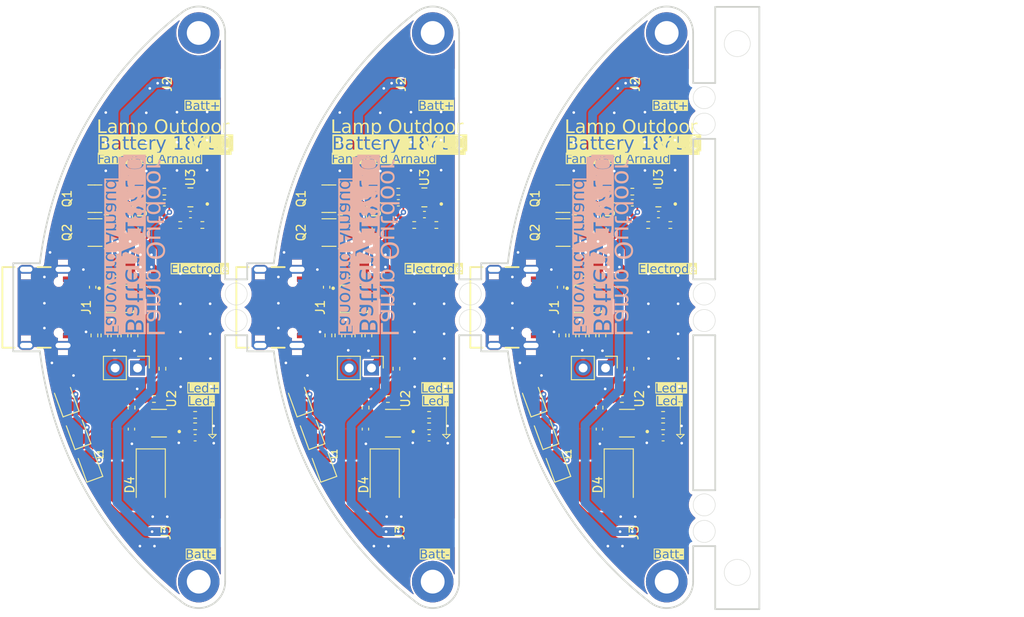
<source format=kicad_pcb>
(kicad_pcb (version 20240108) (generator "pcbnew") (generator_version "8.0")
  (layers (0 "F.Cu" signal) (31 "B.Cu" signal) (34 "B.Paste" user) (35 "F.Paste" user) (36 "B.SilkS" user "B.Silkscreen") (37 "F.SilkS" user "F.Silkscreen") (38 "B.Mask" user) (39 "F.Mask" user) (44 "Edge.Cuts" user))
  (net 0 "")
  (net 1 "+5V")
  (net 2 "GND")
  (net 3 "+BATT")
  (net 4 "Net-(D1-K)")
  (net 5 "Net-(D2-K)")
  (net 6 "Net-(D3-K)")
  (net 15 "Net-(U1-STAT1)")
  (net 16 "Net-(U1-STAT2)")
  (net 17 "Net-(U1-~{PG})")
  (net 18 "Net-(U1-PROG)")
  (net 19 "Net-(U1-THERM)")
  (net 20 "/Led_V+")
  (net 21 "/IN")
  (net 22 "/SW")
  (net 23 "/V_FB")
  (net 24 "TS")
  (net 26 "Net-(U3-SNS)")
  (net 27 "Net-(U3-SNSK)")
  (net 29 "/ElecSensor")
  (net 30 "/EN")
  (net 31 "Net-(Q1-D)")
  (net 32 "Net-(U4-BAT)")
  (net 33 "Net-(Q1-G)")
  (net 34 "Net-(Q2-G)")
  (net 35 "Net-(U4-V-)")
  (net 37 "/Battery-")
  (footprint "Capacitor_SMD:C_0402_1005Metric_Pad0.74x0.62mm_HandSolder" (layer "F.Cu") (at 202.4397 83.64)
    (property "Reference" "C7" (hide yes))
    (property "Value" "0.1uF" (hide yes))
  )
  (footprint "Capacitor_SMD:C_0402_1005Metric_Pad0.74x0.62mm_HandSolder" (layer "F.Cu") (at 149.38 83.64)
    (property "Reference" "C7" (hide yes))
    (property "Value" "0.1uF" (hide yes))
  )
  (footprint "Resistor_SMD:R_0402_1005Metric_Pad0.72x0.64mm_HandSolder" (layer "F.Cu") (at 176.6797 103.3025 -90)
    (property "Reference" "R8" (hide yes))
    (property "Value" "10K" (hide yes))
  )
  (footprint "Resistor_SMD:R_0402_1005Metric_Pad0.72x0.64mm_HandSolder" (layer "F.Cu") (at 201.2697 95.11 -90)
    (property "Reference" "R4" (hide yes))
    (property "Value" "1.11K" (hide yes))
  )
  (footprint "LAMP_OUTDOOR_BATTERY:USB-C Connecteur 16p" (layer "F.Cu") (at 164.7347 91.93 -90)
    (property "Reference" "J1")
    (property "Value" "629722000214" (hide yes))
  )
  (footprint "Resistor_SMD:R_0402_1005Metric_Pad0.72x0.64mm_HandSolder" (layer "F.Cu") (at 184.7097 82.58)
    (property "Reference" "R10" (hide yes))
    (property "Value" "~" (hide yes))
  )
  (footprint "Capacitor_SMD:C_0402_1005Metric_Pad0.74x0.62mm_HandSolder" (layer "F.Cu") (at 180.3997 80.06)
    (property "Reference" "C6" (hide yes))
    (property "Value" "0.1uF" (hide yes))
  )
  (footprint "Package_TO_SOT_SMD:SOT-23-3" (layer "F.Cu") (at 146.01 83.4375 180)
    (property "Reference" "Q2")
    (property "Value" "IRLML6344" (hide yes))
  )
  (footprint "Capacitor_SMD:C_0402_1005Metric_Pad0.74x0.62mm_HandSolder" (layer "F.Cu") (at 210.4197 106.72)
    (property "Reference" "C4" (hide yes))
    (property "Value" "22uF" (hide yes))
  )
  (footprint "Resistor_SMD:R_0402_1005Metric_Pad0.72x0.64mm_HandSolder" (layer "F.Cu") (at 175.8747 95.11 90)
    (property "Reference" "R3" (hide yes))
    (property "Value" "1K" (hide yes))
  )
  (footprint "Package_TO_SOT_SMD:SOT-23-3" (layer "F.Cu") (at 199.0697 83.4375 180)
    (property "Reference" "Q2")
    (property "Value" "IRLML6344" (hide yes))
  )
  (footprint "LAMP_OUTDOOR_BATTERY:USB-C Connecteur 16p" (layer "F.Cu") (at 138.205 91.93 -90)
    (property "Reference" "J1")
    (property "Value" "629722000214" (hide yes))
  )
  (footprint "Resistor_SMD:R_0402_1005Metric_Pad0.72x0.64mm_HandSolder" (layer "F.Cu") (at 202.4097 79.32 180)
    (property "Reference" "R14" (hide yes))
    (property "Value" "2.2K" (hide yes))
  )
  (footprint "LAMP_OUTDOOR_BATTERY:MCP73833" (layer "F.Cu") (at 148.83 90.96)
    (property "Reference" "U1")
    (property "Value" "MCP73833-FCI_UN" (hide yes))
  )
  (footprint "Capacitor_SMD:C_0402_1005Metric_Pad0.74x0.62mm_HandSolder" (layer "F.Cu") (at 206.9297 80.06)
    (property "Reference" "C6" (hide yes))
    (property "Value" "0.1uF" (hide yes))
  )
  (footprint "Resistor_SMD:R_0402_1005Metric_Pad0.72x0.64mm_HandSolder" (layer "F.Cu") (at 200.1347 95.11 90)
    (property "Reference" "R2" (hide yes))
    (property "Value" "1K" (hide yes))
  )
  (footprint "Resistor_SMD:R_0402_1005Metric_Pad0.72x0.64mm_HandSolder" (layer "F.Cu") (at 179.2197 102.33 180)
    (property "Reference" "R9" (hide yes))
    (property "Value" "10K" (hide yes))
  )
  (footprint "LAMP_OUTDOOR_BATTERY:BatteryPole" (layer "F.Cu") (at 183.9797 113.49 180)
    (property "Reference" "J5" (hide yes))
    (property "Value" "Led-" (hide yes))
  )
  (footprint "LAMP_OUTDOOR_BATTERY:BatteryPole" (layer "F.Cu") (at 210.5797 66.49)
    (property "Reference" "J2")
    (property "Value" "Batt+" (hide yes))
  )
  (footprint "Capacitor_SMD:C_0402_1005Metric_Pad0.74x0.62mm_HandSolder" (layer "F.Cu") (at 156.83 81.4)
    (property "Reference" "C5" (hide yes))
    (property "Value" "~" (hide yes))
  )
  (footprint "Resistor_SMD:R_0402_1005Metric_Pad0.72x0.64mm_HandSolder" (layer "F.Cu") (at 211.2397 82.58)
    (property "Reference" "R10" (hide yes))
    (property "Value" "~" (hide yes))
  )
  (footprint "LAMP_OUTDOOR_BATTERY:BatteryPole" (layer "F.Cu") (at 156.94 84.95)
    (property "Reference" "J6" (hide yes))
    (property "Value" "Electrode Sensor" (hide yes))
  )
  (footprint "LAMP_OUTDOOR_BATTERY:BatteryPole" (layer "F.Cu") (at 184.0497 66.49)
    (property "Reference" "J2")
    (property "Value" "Batt+" (hide yes))
  )
  (footprint "" (layer "F.Cu") (at 184.2944 123.0504)
    (property "Reference" "")
    (property "Value" "")
  )
  (footprint "Capacitor_SMD:C_0402_1005Metric_Pad0.74x0.62mm_HandSolder" (layer "F.Cu") (at 204.9297 89.64 -90)
    (property "Reference" "C2" (hide yes))
    (property "Value" "1uF" (hide yes))
  )
  (footprint "Resistor_SMD:R_0402_1005Metric_Pad0.72x0.64mm_HandSolder" (layer "F.Cu") (at 149.345 95.11 90)
    (property "Reference" "R3" (hide yes))
    (property "Value" "1K" (hide yes))
  )
  (footprint "" (layer "F.Cu") (at 184.2944 123.0504)
    (property "Reference" "")
    (property "Value" "")
  )
  (footprint "" (layer "F.Cu") (at 210.8244 123.0504)
    (property "Reference" "")
    (property "Value" "")
  )
  (footprint "MountingHole:MountingHole_2.7mm_M2.5_DIN965_Pad_TopBottom" (layer "F.Cu") (at 157.7647 123.0504)
    (property "Reference" "REF**" (hide yes))
    (property "Value" "MountingHole_2.7mm_M2.5_DIN965_Pad_TopBottom" (hide yes))
  )
  (footprint "MountingHole:MountingHole_2.7mm_M2.5_DIN965_Pad_TopBottom" (layer "F.Cu") (at 184.2944 60.7896)
    (property "Reference" "REF**" (hide yes))
    (property "Value" "MountingHole_2.7mm_M2.5_DIN965_Pad_TopBottom" (hide yes))
  )
  (footprint "LED_SMD:LED_0805_2012Metric_Pad1.15x1.40mm_HandSolder" (layer "F.Cu") (at 145.348128 109.685572 110)
    (property "Reference" "D3" (hide yes))
    (property "Value" "LED" (hide yes))
  )
  (footprint "Resistor_SMD:R_0402_1005Metric_Pad0.72x0.64mm_HandSolder" (layer "F.Cu") (at 206.7097 98.89 -90)
    (property "Reference" "R13" (hide yes))
    (property "Value" "0" (hide yes))
  )
  (footprint "Capacitor_SMD:C_0402_1005Metric_Pad0.74x0.62mm_HandSolder" (layer "F.Cu") (at 151.87 89.64 -90)
    (property "Reference" "C2" (hide yes))
    (property "Value" "1uF" (hide yes))
  )
  (footprint "Capacitor_SMD:C_0402_1005Metric_Pad0.74x0.62mm_HandSolder" (layer "F.Cu") (at 150.14 105.7425 90)
    (property "Reference" "C3" (hide yes))
    (property "Value" "22uF" (hide yes))
  )
  (footprint "LAMP_OUTDOOR_BATTERY:MCP73833" (layer "F.Cu") (at 175.3597 90.96)
    (property "Reference" "U1")
    (property "Value" "MCP73833-FCI_UN" (hide yes))
  )
  (footprint "Resistor_SMD:R_0402_1005Metric_Pad0.72x0.64mm_HandSolder" (layer "F.Cu") (at 157.36 104.13)
    (property "Reference" "R7" (hide yes))
    (property "Value" "15K" (hide yes))
  )
  (footprint "LAMP_OUTDOOR_BATTERY:MCP73833" (layer "F.Cu") (at 201.8897 90.96)
    (property "Reference" "U1")
    (property "Value" "MCP73833-FCI_UN" (hide yes))
  )
  (footprint "Resistor_SMD:R_0402_1005Metric_Pad0.72x0.64mm_HandSolder" (layer "F.Cu") (at 177.0097 95.11 -90)
    (property "Reference" "R5" (hide yes))
    (property "Value" "10K" (hide yes))
  )
  (footprint "LED_SMD:LED_0805_2012Metric_Pad1.15x1.40mm_HandSolder" (layer "F.Cu") (at 197.06027 105.983184 110)
    (property "Reference" "D2" (hide yes))
    (property "Value" "LED" (hide yes))
  )
  (footprint "MountingHole:MountingHole_2.7mm_M2.5_DIN965_Pad_TopBottom" (layer "F.Cu") (at 184.2944 123.0504)
    (property "Reference" "REF**" (hide yes))
    (property "Value" "MountingHole_2.7mm_M2.5_DIN965_Pad_TopBottom" (hide yes))
  )
  (footprint "Resistor_SMD:R_0402_1005Metric_Pad0.72x0.64mm_HandSolder" (layer "F.Cu") (at 148.21 95.11 -90)
    (property "Reference" "R4" (hide yes))
    (property "Value" "1.11K" (hide yes))
  )
  (footprint "Connector_PinHeader_2.54mm:PinHeader_1x02_P2.54mm_Vertical" (layer "F.Cu") (at 203.8897 98.81 -90)
    (property "Reference" "SW1" (hide yes))
    (property "Value" "SW_SPST" (hide yes))
  )
  (footprint "Resistor_SMD:R_0402_1005Metric_Pad0.72x0.64mm_HandSolder" (layer "F.Cu") (at 147.075 95.11 90)
    (property "Reference" "R2" (hide yes))
    (property "Value" "1K" (hide yes))
  )
  (footprint "Resistor_SMD:R_0402_1005Metric_Pad0.72x0.64mm_HandSolder" (layer "F.Cu") (at 175.8797 79.32 180)
    (property "Reference" "R14" (hide yes))
    (property "Value" "2.2K" (hide yes))
  )
  (footprint "LED_SMD:LED_0805_2012Metric_Pad1.15x1.40mm_HandSolder" (layer "F.Cu") (at 144.00057 105.983184 110)
    (property "Reference" "D2" (hide yes))
    (property "Value" "LED" (hide yes))
  )
  (footprint "Resistor_SMD:R_0402_1005Metric_Pad0.72x0.64mm_HandSolder" (layer "F.Cu") (at 182.1997 82.58 180)
    (property "Reference" "R11" (hide yes))
    (property "Value" "~" (hide yes))
  )
  (footprint "Resistor_SMD:R_0402_1005Metric_Pad0.72x0.64mm_HandSolder" (layer "F.Cu") (at 157.36 105.43 180)
    (property "Reference" "R6" (hide yes))
    (property "Value" "110K" (hide yes))
  )
  (footprint "Resistor_SMD:R_0402_1005Metric_Pad0.72x0.64mm_HandSolder" (layer "F.Cu") (at 173.6047 95.11 90)
    (property "Reference" "R2" (hide yes))
    (property "Value" "1K" (hide yes))
  )
  (footprint "Resistor_SMD:R_0402_1005Metric_Pad0.72x0.64mm_HandSolder" (layer "F.Cu") (at 205.7497 102.33 180)
    (property "Reference" "R9" (hide yes))
    (property "Value" "10K" (hide yes))
  )
  (footprint "Resistor_SMD:R_0402_1005Metric_Pad0.72x0.64mm_HandSolder" (layer "F.Cu") (at 158.18 82.58)
    (property "Reference" "R10" (hide yes))
    (property "Value" "~" (hide yes))
  )
  (footprint "LAMP_OUTDOOR_BATTERY:BatteryPole" (layer "F.Cu") (at 209.9997 84.95)
    (property "Reference" "J6" (hide yes))
    (property "Value" "Electrode Sensor" (hide yes))
  )
  (footprint "Connector_PinHeader_2.54mm:PinHeader_1x02_P2.54mm_Vertical" (layer "F.Cu") (at 177.3597 98.81 -90)
    (property "Reference" "SW1" (hide yes))
    (property "Value" "SW_SPST" (hide yes))
  )
  (footprint "Package_TO_SOT_SMD:SOT-23-3" (layer "F.Cu") (at 199.0522 79.6 180)
    (property "Reference" "Q1")
    (property "Value" "IRLML6344" (hide yes))
  )
  (footprint "LAMP_OUTDOOR_BATTERY:IND_F1C1-201608-4R7M" (layer "F.Cu") (at 175.0597 109.27 90)
    (property "Reference" "L1")
    (property "Value" "4.7uH")
  )
  (footprint "Capacitor_SMD:C_0402_1005Metric_Pad0.74x0.62mm_HandSolder" (layer "F.Cu") (at 209.8897 81.4)
    (property "Reference" "C5" (hide yes))
    (property "Value" "~" (hide yes))
  )
  (footprint "Resistor_SMD:R_0402_1005Metric_Pad0.72x0.64mm_HandSolder" (layer "F.Cu") (at 180.1797 98.89 -90)
    (property "Reference" "R13" (hide yes))
    (property "Value" "0" (hide yes))
  )
  (footprint "Resistor_SMD:R_0402_1005Metric_Pad0.72x0.64mm_HandSolder" (layer "F.Cu") (at 150.48 95.11 -90)
    (property "Reference" "R5" (hide yes))
    (property "Value" "10K" (hide yes))
  )
  (footprint "Resistor_SMD:R_0402_1005Metric_Pad0.72x0.64mm_HandSolder" (layer "F.Cu") (at 149.35 79.32 180)
    (property "Reference" "R14" (hide yes))
    (property "Value" "2.2K" (hide yes))
  )
  (footprint "LED_SMD:LED_0805_2012Metric_Pad1.15x1.40mm_HandSolder" (layer "F.Cu") (at 171.877828 109.685572 110)
    (property "Reference" "D3" (hide yes))
    (property "Value" "LED" (hide yes))
  )
  (footprint "Diode_SMD:D_SMA" (layer "F.Cu") (at 178.8597 111.5 -90)
    (property "Reference" "D4")
    (property "Value" "SS24" (hide yes))
  )
  (footprint "Resistor_SMD:R_0402_1005Metric_Pad0.72x0.64mm_HandSolder" (layer "F.Cu") (at 180.3997 78.8 180)
    (property "Reference" "R12" (hide yes))
    (property "Value" "100k" (hide yes))
  )
  (footprint "LED_SMD:LED_0805_2012Metric_Pad1.15x1.40mm_HandSolder" (layer "F.Cu") (at 142.653013 102.280797 110)
    (property "Reference" "D1" (hide yes))
    (property "Value" "LED" (hide yes))
  )
  (footprint "LAMP_OUTDOOR_BATTERY:IND_F1C1-201608-4R7M" (layer "F.Cu") (at 201.5897 109.27 90)
    (property "Reference" "L1")
    (property "Value" "4.7uH")
  )
  (footprint "Capacitor_SMD:C_0402_1005Metric_Pad0.74x0.62mm_HandSolder" (layer "F.Cu") (at 178.3997 89.64 -90)
    (property "Reference" "C2" (hide yes))
    (property "Value" "1uF" (hide yes))
  )
  (footprint "Capacitor_SMD:C_0402_1005Metric_Pad0.74x0.62mm_HandSolder" (layer "F.Cu") (at 203.1997 105.7425 90)
    (property "Reference" "C3" (hide yes))
    (property "Value" "22uF" (hide yes))
  )
  (footprint "Resistor_SMD:R_0402_1005Metric_Pad0.72x0.64mm_HandSolder" (layer "F.Cu") (at 153.65 98.89 -90)
    (property "Reference" "R13" (hide yes))
    (property "Value" "0" (hide yes))
  )
  (footprint "Resistor_SMD:R_0402_1005Metric_Pad0.72x0.64mm_HandSolder" (layer "F.Cu") (at 183.8897 104.13)
    (property "Reference" "R7" (hide yes))
    (property "Value" "15K" (hide yes))
  )
  (footprint "Resistor_SMD:R_0402_1005Metric_Pad0.72x0.64mm_HandSolder" (layer "F.Cu") (at 206.9297 78.8 180)
    (property "Reference" "R12" (hide yes))
    (property "Value" "100k" (hide yes))
  )
  (footprint "MountingHole:MountingHole_2.7mm_M2.5_DIN965_Pad_TopBottom" (layer "F.Cu") (at 157.7647 60.7896)
    (property "Reference" "REF**" (hide yes))
    (property "Value" "MountingHole_2.7mm_M2.5_DIN965_Pad_TopBottom" (hide yes))
  )
  (footprint "" (layer "F.Cu") (at 157.7647 123.0504)
    (property "Reference" "")
    (property "Value" "")
  )
  (footprint "LAMP_OUTDOOR_BATTERY:MT3608_SOT95P280X145-6N" (layer "F.Cu") (at 206.3197 105.07 180)
    (property "Reference" "U2")
    (property "Value" "MT3608" (hide yes))
  )
  (footprint "Package_TO_SOT_SMD:SOT-23-3" (layer "F.Cu") (at 172.5397 83.4375 180)
    (property "Reference" "Q2")
    (property "Value" "IRLML6344" (hide yes))
  )
  (footprint "MountingHole:MountingHole_2.7mm_M2.5_DIN965_Pad_TopBottom" (layer "F.Cu") (at 210.8244 60.7896)
    (property "Reference" "REF**" (hide yes))
    (property "Value" "MountingHole_2.7mm_M2.5_DIN965_Pad_TopBottom" (hide yes))
  )
  (footprint "Resistor_SMD:R_0402_1005Metric_Pad0.72x0.64mm_HandSolder" (layer "F.Cu") (at 150.15 103.3025 -90)
    (property "Reference" "R8" (hide yes))
    (property "Value" "10K" (hide yes))
  )
  (footprint "Resistor_SMD:R_0402_1005Metric_Pad0.72x0.64mm_HandSolder" (layer "F.Cu") (at 208.7297 82.58 180)
    (property "Reference" "R11" (hide yes))
    (property "Value" "~" (hide yes))
  )
  (footprint "LED_SMD:LED_0805_2012Metric_Pad1.15x1.40mm_HandSolder" (layer "F.Cu") (at 170.53027 105.983184 110)
    (property "Reference" "D2" (hide yes))
    (property "Value" "LED" (hide yes))
  )
  (footprint "Resistor_SMD:R_0402_1005Metric_Pad0.72x0.64mm_HandSolder" (layer "F.Cu") (at 203.2097 103.3025 -90)
    (property "Reference" "R8" (hide yes))
    (property "Value" "10K" (hide yes))
  )
  (footprint "LAMP_OUTDOOR_BATTERY:BatteryPole" (layer "F.Cu") (at 184.0497 117.51)
    (property "Reference" "J3")
    (property "Value" "Batt-" (hide yes))
  )
  (footprint "LAMP_OUTDOOR_BATTERY:BatteryPole" (layer "F.Cu") (at 157.52 117.51)
    (property "Reference" "J3")
    (property "Value" "Batt-" (hide yes))
  )
  (footprint "LAMP_OUTDOOR_BATTERY:MT3608_SOT95P280X145-6N" (layer "F.Cu") (at 179.7897 105.07 180)
    (property "Reference" "U2")
    (property "Value" "MT3608" (hide yes))
  )
  (footprint "Resistor_SMD:R_0402_1005Metric_Pad0.72x0.64mm_HandSolder" (layer "F.Cu") (at 174.7397 95.11 -90)
    (property "Reference" "R4" (hide yes))
    (property "Value" "1.11K" (hide yes))
  )
  (footprint "Resistor_SMD:R_0402_1005Metric_Pad0.72x0.64mm_HandSolder" (layer "F.Cu") (at 210.4197 105.43 180)
    (property "Reference" "R6" (hide yes))
    (property "Value" "110K" (hide yes))
  )
  (footprint "Resistor_SMD:R_0402_1005Metric_Pad0.72x0.64mm_HandSolder" (layer "F.Cu") (at 210.4197 104.13)
    (property "Reference" "R7" (hide yes))
    (property "Value" "15K" (hide yes))
  )
  (footprint "Capacitor_SMD:C_0402_1005Metric_Pad0.74x0.62mm_HandSolder" (layer "F.Cu") (at 183.3597 81.4)
    (property "Reference" "C5" (hide yes))
    (property "Value" "~" (hide yes))
  )
  (footprint "LAMP_OUTDOOR_BATTERY:BatteryPole" (layer "F.Cu") (at 183.4697 84.95)
    (property "Reference" "J6" (hide yes))
    (property "Value" "Electrode Sensor" (hide yes))
  )
  (footprint "LAMP_OUTDOOR_BATTERY:IND_F1C1-201608-4R7M" (layer "F.Cu") (at 148.53 109.27 90)
    (property "Reference" "L1")
    (property "Value" "4.7uH")
  )
  (footprint "" (layer "F.Cu") (at 157.7647 123.0504)
    (property "Reference" "")
    (property "Value" "")
  )
  (footprint "Package_TO_SOT_SMD:SOT-23-3" (layer "F.Cu") (at 145.9925 79.6 180)
    (property "Reference" "Q1")
    (property "Value" "IRLML6344" (hide yes))
  )
  (footprint "LAMP_OUTDOOR_BATTERY:BatteryPole" (layer "F.Cu") (at 157.52 66.49)
    (property "Reference" "J2")
    (property "Value" "Batt+" (hide yes))
  )
  (footprint "LAMP_OUTDOOR_BATTERY:BatteryPole" (layer "F.Cu") (at 157.45 113.49 180)
    (property "Reference" "J5" (hide yes))
    (property "Value" "Led-" (hide yes))
  )
  (footprint "Capacitor_SMD:C_0402_1005Metric_Pad0.74x0.62mm_HandSolder" (layer "F.Cu") (at 172.2697 89.64 -90)
    (property "Reference" "C1" (hide yes))
    (property "Value" "1uF" (hide yes))
  )
  (footprint "LAMP_OUTDOOR_BATTERY:SON50P200X200X60-9N" (layer "F.Cu") (at 156.82 79.45 180)
    (property "Reference" "U3")
    (property "Value" "AT42QT1012-MAHR" (hide yes))
  )
  (footprint "Resistor_SMD:R_0402_1005Metric_Pad0.72x0.64mm_HandSolder" (layer "F.Cu") (at 152.69 102.33 180)
    (property "Reference" "R9" (hide yes))
    (property "Value" "10K" (hide yes))
  )
  (footprint "Capacitor_SMD:C_0402_1005Metric_Pad0.74x0.62mm_HandSolder" (layer "F.Cu") (at 175.9097 83.64)
    (property "Reference" "C7" (hide yes))
    (property "Value" "0.1uF" (hide yes))
  )
  (footprint "Package_SON:WSON-6_1.5x1.5mm_P0.5mm" (layer "F.Cu") (at 202.4097 81.555 -90)
    (property "Reference" "U4")
    (property "Value" "BQ29737DSER" (hide yes))
  )
  (footprint "LED_SMD:LED_0805_2012Metric_Pad1.15x1.40mm_HandSolder" (layer "F.Cu") (at 198.407828 109.685572 110)
    (property "Reference" "D3" (hide yes))
    (property "Value" "LED" (hide yes))
  )
  (footprint "LAMP_OUTDOOR_BATTERY:BatteryPole" (layer "F.Cu") (at 157.45 109.5 180)
    (property "Reference" "J4" (hide yes))
    (property "Value" "Led+" (hide yes))
  )
  (footprint "Diode_SMD:D_SMA" (layer "F.Cu") (at 205.3897 111.5 -90)
    (property "Reference" "D4")
    (property "Value" "SS24" (hide yes))
  )
  (footprint "Resistor_SMD:R_0402_1005Metric_Pad0.72x0.64mm_HandSolder" (layer "F.Cu") (at 153.87 78.8 180)
    (property "Reference" "R12" (hide yes))
    (property "Value" "100k" (hide yes))
  )
  (footprint "LAMP_OUTDOOR_BATTERY:BatteryPole" (layer "F.Cu") (at 210.5797 117.51)
    (property "Reference" "J3")
    (property "Value" "Batt-" (hide yes))
  )
  (footprint "Package_TO_SOT_SMD:SOT-23-3" (layer "F.Cu") (at 172.5222 79.6 180)
    (property "Reference" "Q1")
    (property "Value" "IRLML6344" (hide yes))
  )
  (footprint "Capacitor_SMD:C_0402_1005Metric_Pad0.74x0.62mm_HandSolder" (layer "F.Cu") (at 145.74 89.64 -90)
    (property "Reference" "C1" (hide yes))
    (property "Value" "1uF" (hide yes))
  )
  (footprint "LAMP_OUTDOOR_BATTERY:BatteryPole" (layer "F.Cu") (at 210.5097 113.49 180)
    (property "Reference" "J5" (hide yes))
    (property "Value" "Led-" (hide yes))
  )
  (footprint "LED_SMD:LED_0805_2012Metric_Pad1.15x1.40mm_HandSolder" (layer "F.Cu") (at 195.712713 102.280797 110)
    (property "Reference" "D1" (hide yes))
    (property "Value" "LED" (hide yes))
  )
  (footprint "LAMP_OUTDOOR_BATTERY:MT3608_SOT95P280X145-6N" (layer "F.Cu") (at 153.26 105.07 180)
    (property "Reference" "U2")
    (property "Value" "MT3608" (hide yes))
  )
  (footprint "Capacitor_SMD:C_0402_1005Metric_Pad0.74x0.62mm_HandSolder" (layer "F.Cu") (at 153.87 80.06)
    (property "Reference" "C6" (hide yes))
    (property "Value" "0.1uF" (hide yes))
  )
  (footprint "Resistor_SMD:R_0402_1005Metric_Pad0.72x0.64mm_HandSolder" (layer "F.Cu") (at 151.28 83.05 -90)
    (property "Reference" "R15" (hide yes))
    (property "Value" "330" (hide yes))
  )
  (footprint "Resistor_SMD:R_0402_1005Metric_Pad0.72x0.64mm_HandSolder" (layer "F.Cu") (at 155.67 82.58 180)
    (property "Reference" "R11" (hide yes))
    (property "Value" "~" (hide yes))
  )
  (footprint "LAMP_OUTDOOR_BATTERY:BatteryPole" (layer "F.Cu") (at 183.9797 109.5 180)
    (property "Reference" "J4" (hide yes))
    (property "Value" "Led+" (hide yes))
  )
  (footprint "Package_SON:WSON-6_1.5x1.5mm_P0.5mm" (layer "F.Cu") (at 149.35 81.555 -90)
    (property "Reference" "U4")
    (property "Value" "BQ29737DSER" (hide yes))
  )
  (footprint "Resistor_SMD:R_0402_1005Metric_Pad0.72x0.64mm_HandSolder" (layer "F.Cu") (at 183.8897 105.43 180)
    (property "Reference" "R6" (hide yes))
    (property "Value" "110K" (hide yes))
  )
  (footprint "Resistor_SMD:R_0402_1005Metric_Pad0.72x0.64mm_HandSolder" (layer "F.Cu") (at 177.8097 83.05 -90)
    (property "Reference" "R15" (hide yes))
    (property "Value" "330" (hide yes))
  )
  (footprint "LAMP_OUTDOOR_BATTERY:SON50P200X200X60-9N" (layer "F.Cu") (at 183.3497 79.45 180)
    (property "Reference" "U3")
    (property "Value" "AT42QT1012-MAHR" (hide yes))
  )
  (footprint "Resistor_SMD:R_0402_1005Metric_Pad0.72x0.64mm_HandSolder" (layer "F.Cu") (at 202.4047 95.11 90)
    (property "Reference" "R3" (hide yes))
    (property "Value" "1K" (hide yes))
  )
  (footprint "LAMP_OUTDOOR_BATTERY:USB-C Connecteur 16p" (layer "F.Cu") (at 191.2647 91.93 -90)
    (property "Reference" "J1")
    (property "Value" "629722000214" (hide yes))
  )
  (footprint "Capacitor_SMD:C_0402_1005Metric_Pad0.74x0.62mm_HandSolder" (layer "F.Cu") (at 198.7997 89.64 -90)
    (property "Reference" "C1" (hide yes))
    (property "Value" "1uF" (hide yes))
  )
  (footprint "Resistor_SMD:R_0402_1005Metric_Pad0.72x0.64mm_HandSolder" (layer "F.Cu") (at 203.5397 95.11 -90)
    (property "Reference" "R5" (hide yes))
    (property "Value" "10K" (hide yes))
  )
  (footprint "Resistor_SMD:R_0402_1005Metric_Pad0.72x0.64mm_HandSolder" (layer "F.Cu") (at 204.3397 83.05 -90)
    (property "Reference" "R15" (hide yes))
    (property "Value" "330" (hide yes))
  )
  (footprint "Resistor_SMD:R_0402_1005Metric_Pad0.72x0.64mm_HandSolder" (layer "F.Cu") (at 198.9997 95.11 90)
    (property "Reference" "R1" (hide yes))
    (property "Value" "1K" (hide yes))
  )
  (footprint "LED_SMD:LED_0805_2012Metric_Pad1.15x1.40mm_HandSolder" (layer "F.Cu") (at 169.182713 102.280797 110)
    (property "Reference" "D1" (hide yes))
    (property "Value" "LED" (hide yes))
  )
  (footprint "LAMP_OUTDOOR_BATTERY:SON50P200X200X60-9N" (layer "F.Cu") (at 209.8797 79.45 180)
    (property "Reference" "U3")
    (property "Value" "AT42QT1012-MAHR" (hide yes))
  )
  (footprint "Capacitor_SMD:C_0402_1005Metric_Pad0.74x0.62mm_HandSolder" (layer "F.Cu") (at 157.36 106.72)
    (property "Reference" "C4" (hide yes))
    (property "Value" "22uF" (hide yes))
  )
  (footprint "LAMP_OUTDOOR_BATTERY:BatteryPole" (layer "F.Cu") (at 210.5097 109.5 180)
    (property "Reference" "J4" (hide yes))
    (property "Value" "Led+" (hide yes))
  )
  (footprint "Connector_PinHeader_2.54mm:PinHeader_1x02_P2.54mm_Vertical" (layer "F.Cu") (at 150.83 98.81 -90)
    (property "Reference" "SW1" (hide yes))
    (property "Value" "SW_SPST" (hide yes))
  )
  (footprint "Capacitor_SMD:C_0402_1005Metric_Pad0.74x0.62mm_HandSolder" (layer "F.Cu") (at 176.6697 105.7425 90)
    (property "Reference" "C3" (hide yes))
    (property "Value" "22uF" (hide yes))
  )
  (footprint "Package_SON:WSON-6_1.5x1.5mm_P0.5mm" (layer "F.Cu") (at 175.8797 81.555 -90)
    (property "Reference" "U4")
    (property "Value" "BQ29737DSER" (hide yes))
  )
  (footprint "" (layer "F.Cu") (at 210.8244 123.0504)
    (property "Reference" "")
    (property "Value" "")
  )
  (footprint "Resistor_SMD:R_0402_1005Metric_Pad0.72x0.64mm_HandSolder" (layer "F.Cu") (at 145.94 95.11 90)
    (property "Reference" "R1" (hide yes))
    (property "Value" "1K" (hide yes))
  )
  (footprint "Resistor_SMD:R_0402_1005Metric_Pad0.72x0.64mm_HandSolder" (layer "F.Cu") (at 172.4697 95.11 90)
    (property "Reference" "R1" (hide yes))
    (property "Value" "1K" (hide yes))
  )
  (footprint "MountingHole:MountingHole_2.7mm_M2.5_DIN965_Pad_TopBottom" (layer "F.Cu") (at 210.8244 123.0504)
    (property "Reference" "REF**" (hide yes))
    (property "Value" "MountingHole_2.7mm_M2.5_DIN965_Pad_TopBottom" (hide yes))
  )
  (footprint "Diode_SMD:D_SMA" (layer "F.Cu") (at 152.33 111.5 -90)
    (property "Reference" "D4")
    (property "Value" "SS24" (hide yes))
  )
  (footprint "Capacitor_SMD:C_0402_1005Metric_Pad0.74x0.62mm_HandSolder" (layer "F.Cu") (at 183.8897 106.72)
    (property "Reference" "C4" (hide yes))
    (property "Value" "22uF" (hide yes))
  )
  (gr_line (start 159.32 106.78) (end 158.88 106.35) (stroke (width 0.1)) (layer "F.SilkS"))
  (gr_line (start 212.3797 106.78) (end 212.8097 106.35) (stroke (width 0.1)) (layer "F.SilkS"))
  (gr_line (start 159.75 106.35) (end 159.32 106.78) (stroke (width 0.1)) (layer "F.SilkS"))
  (gr_line (start 211.9397 106.35) (end 212.8097 106.35) (stroke (width 0.1)) (layer "F.SilkS"))
  (gr_line (start 212.3697 101.9) (end 212.3747 106.35) (stroke (width 0.1)) (layer "F.SilkS"))
  (gr_line (start 185.4097 106.35) (end 186.2797 106.35) (stroke (width 0.1)) (layer "F.SilkS"))
  (gr_line (start 185.8497 106.78) (end 186.2797 106.35) (stroke (width 0.1)) (layer "F.SilkS"))
  (gr_line (start 186.2797 106.35) (end 185.8497 106.78) (stroke (width 0.1)) (layer "F.SilkS"))
  (gr_line (start 159.31 101.9) (end 159.315 106.35) (stroke (width 0.1)) (layer "F.SilkS"))
  (gr_line (start 212.3797 106.78) (end 211.9397 106.35) (stroke (width 0.1)) (layer "F.SilkS"))
  (gr_line (start 185.8497 106.78) (end 185.4097 106.35) (stroke (width 0.1)) (layer "F.SilkS"))
  (gr_line (start 185.8397 101.9) (end 185.8447 106.35) (stroke (width 0.1)) (layer "F.SilkS"))
  (gr_line (start 159.32 106.78) (end 159.75 106.35) (stroke (width 0.1)) (layer "F.SilkS"))
  (gr_line (start 158.88 106.35) (end 159.75 106.35) (stroke (width 0.1)) (layer "F.SilkS"))
  (gr_line (start 212.8097 106.35) (end 212.3797 106.78) (stroke (width 0.1)) (layer "F.SilkS"))
  (gr_circle (center 218.83 122) (end 220.305 122) (stroke (width 0.05)) (fill none) (layer "Edge.Cuts"))
  (gr_circle (center 162.014699 93.42) (end 163.264699 93.42) (stroke (width 0.05)) (fill none) (layer "Edge.Cuts"))
  (gr_line (start 189.7947 86.92) (end 189.8 88.75) (stroke (width 0.2)) (layer "Edge.Cuts"))
  (gr_line (start 189.8 95.09) (end 189.7947 96.92) (stroke (width 0.2)) (layer "Edge.Cuts"))
  (gr_circle (center 215.079999 93.42) (end 216.329999 93.42) (stroke (width 0.05)) (fill none) (layer "Edge.Cuts"))
  (gr_line (start 163.2647 88.75) (end 160.764699 88.75) (stroke (width 0.2)) (layer "Edge.Cuts"))
  (gr_line (start 216.33 126.17) (end 216.33 119.02) (stroke (width 0.2)) (layer "Edge.Cuts"))
  (gr_line (start 189.8 95.09) (end 187.300121 95.09) (stroke (width 0.2)) (layer "Edge.Cuts"))
  (gr_line (start 136.735 86.92) (end 136.735 96.92) (stroke (width 0.2)) (layer "Edge.Cuts"))
  (gr_line (start 166.284457 86.92) (end 163.2647 86.92) (stroke (width 0.2)) (layer "Edge.Cuts"))
  (gr_line (start 187.294399 123.05044) (end 187.300121 95.09) (stroke (width 0.2)) (layer "Edge.Cuts"))
  (gr_line (start 187.299999 88.75) (end 187.294399 60.789559) (stroke (width 0.2)) (layer "Edge.Cuts"))
  (gr_line (start 221.33 57.83) (end 221.33 126.17) (stroke (width 0.2)) (layer "Edge.Cuts"))
  (gr_circle (center 215.079999 71.14) (end 216.329999 71.14) (stroke (width 0.05)) (fill none) (layer "Edge.Cuts"))
  (gr_line (start 163.2647 96.92) (end 166.284456 96.92) (stroke (width 0.2)) (layer "Edge.Cuts"))
  (gr_arc (start 155.932831 125.426205) (mid 144.971245 112.803355) (end 139.754756 96.92) (stroke (width 0.2)) (layer "Edge.Cuts"))
  (gr_circle (center 215.079999 90.41) (end 216.329999 90.41) (stroke (width 0.05)) (fill none) (layer "Edge.Cuts"))
  (gr_arc (start 187.294399 123.05044) (mid 185.618089 125.742581) (end 182.462531 125.426205) (stroke (width 0.2)) (layer "Edge.Cuts"))
  (gr_line (start 216.33 119.02) (end 213.830121 119.02) (stroke (width 0.2)) (layer "Edge.Cuts"))
  (gr_line (start 216.33 88.75) (end 213.829999 88.75) (stroke (width 0.2)) (layer "Edge.Cuts"))
  (gr_arc (start 208.992531 58.413795) (mid 212.148104 58.097388) (end 213.824399 60.789559) (stroke (width 0.2)) (layer "Edge.Cuts"))
  (gr_line (start 216.33 66.47) (end 213.829999 66.47) (stroke (width 0.2)) (layer "Edge.Cuts"))
  (gr_line (start 136.735 96.92) (end 139.754756 96.92) (stroke (width 0.2)) (layer "Edge.Cuts"))
  (gr_arc (start 213.824399 123.05044) (mid 212.148089 125.742581) (end 208.992531 125.426205) (stroke (width 0.2)) (layer "Edge.Cuts"))
  (gr_line (start 160.764699 123.05044) (end 160.764821 95.09) (stroke (width 0.2)) (layer "Edge.Cuts"))
  (gr_line (start 160.764699 88.75) (end 160.764699 60.789559) (stroke (width 0.2)) (layer "Edge.Cuts"))
  (gr_circle (center 215.079999 117.35) (end 216.329999 117.35) (stroke (width 0.05)) (fill none) (layer "Edge.Cuts"))
  (gr_arc (start 192.814457 86.92) (mid 198.030945 71.036645) (end 208.992531 58.413795) (stroke (width 0.2)) (layer "Edge.Cuts"))
  (gr_line (start 189.8 88.75) (end 187.299999 88.75) (stroke (width 0.2)) (layer "Edge.Cuts"))
  (gr_line (start 216.33 57.83) (end 221.33 57.83) (stroke (width 0.2)) (layer "Edge.Cuts"))
  (gr_circle (center 162.014699 90.41) (end 163.264699 90.41) (stroke (width 0.05)) (fill none) (layer "Edge.Cuts"))
  (gr_line (start 216.33 112.68) (end 213.829999 112.68) (stroke (width 0.2)) (layer "Edge.Cuts"))
  (gr_circle (center 215.079999 114.34) (end 216.329999 114.34) (stroke (width 0.05)) (fill none) (layer "Edge.Cuts"))
  (gr_line (start 221.33 126.17) (end 216.33 126.17) (stroke (width 0.2)) (layer "Edge.Cuts"))
  (gr_arc (start 166.284457 86.92) (mid 171.500945 71.036645) (end 182.462531 58.413795) (stroke (width 0.2)) (layer "Edge.Cuts"))
  (gr_circle (center 215.079999 68.13) (end 216.329999 68.13) (stroke (width 0.05)) (fill none) (layer "Edge.Cuts"))
  (gr_line (start 189.7947 96.92) (end 192.814456 96.92) (stroke (width 0.2)) (layer "Edge.Cuts"))
  (gr_arc (start 182.462531 125.426205) (mid 171.500952 112.803351) (end 166.284456 96.92) (stroke (width 0.2)) (layer "Edge.Cuts"))
  (gr_line (start 213.824399 123.05044) (end 213.830121 119.02) (stroke (width 0.2)) (layer "Edge.Cuts"))
  (gr_line (start 213.829999 88.75) (end 213.830121 72.81) (stroke (width 0.2)) (layer "Edge.Cuts"))
  (gr_line (start 213.829999 112.68) (end 213.830121 95.09) (stroke (width 0.2)) (layer "Edge.Cuts"))
  (gr_line (start 213.826804 72.799999) (end 213.826804 72.799999) (stroke (width 0.2)) (layer "Edge.Cuts"))
  (gr_line (start 213.829999 66.47) (end 213.824399 60.789559) (stroke (width 0.2)) (layer "Edge.Cuts"))
  (gr_line (start 192.814457 86.92) (end 189.7947 86.92) (stroke (width 0.2)) (layer "Edge.Cuts"))
  (gr_line (start 216.33 66.47) (end 216.33 57.83) (stroke (width 0.2)) (layer "Edge.Cuts"))
  (gr_circle (center 188.549999 93.42) (end 189.799999 93.42) (stroke (width 0.05)) (fill none) (layer "Edge.Cuts"))
  (gr_line (start 139.754757 86.92) (end 136.735 86.92) (stroke (width 0.2)) (layer "Edge.Cuts"))
  (gr_arc (start 155.932831 58.413795) (mid 159.088405 58.097386) (end 160.764699 60.789559) (stroke (width 0.2)) (layer "Edge.Cuts"))
  (gr_line (start 216.33 112.68) (end 216.33 95.09) (stroke (width 0.2)) (layer "Edge.Cuts"))
  (gr_arc (start 182.462531 58.413795) (mid 185.618104 58.097388) (end 187.294399 60.789559) (stroke (width 0.2)) (layer "Edge.Cuts"))
  (gr_line (start 216.33 95.09) (end 213.830121 95.09) (stroke (width 0.2)) (layer "Edge.Cuts"))
  (gr_circle (center 218.83 62) (end 220.305 62) (stroke (width 0.05)) (fill none) (layer "Edge.Cuts"))
  (gr_line (start 216.33 72.81) (end 213.830121 72.81) (stroke (width 0.2)) (layer "Edge.Cuts"))
  (gr_arc (start 160.764699 123.05044) (mid 159.088405 125.742614) (end 155.932831 125.426205) (stroke (width 0.2)) (layer "Edge.Cuts"))
  (gr_arc (start 208.992531 125.426205) (mid 198.030952 112.803351) (end 192.814456 96.92) (stroke (width 0.2)) (layer "Edge.Cuts"))
  (gr_arc (start 139.754757 86.92) (mid 144.971245 71.036645) (end 155.932831 58.413795) (stroke (width 0.2)) (layer "Edge.Cuts"))
  (gr_circle (center 188.549999 90.41) (end 189.799999 90.41) (stroke (width 0.05)) (fill none) (layer "Edge.Cuts"))
  (gr_line (start 163.2647 86.92) (end 163.2647 88.75) (stroke (width 0.2)) (layer "Edge.Cuts"))
  (gr_line (start 163.2647 95.09) (end 163.2647 96.92) (stroke (width 0.2)) (layer "Edge.Cuts"))
  (gr_line (start 163.2647 95.09) (end 160.764821 95.09) (stroke (width 0.2)) (layer "Edge.Cuts"))
  (gr_line (start 216.33 88.75) (end 216.33 72.81) (stroke (width 0.2)) (layer "Edge.Cuts"))
  (gr_text "Fanovard Arnaud" (at 200.056478 95.085555 -90) (layer "B.SilkS" knockout) (effects (font (size 1.5 1.5) (thickness 0.1)) (justify left bottom mirror)))
  (gr_text "Battery 18650" (at 149.13 95.03 -90) (layer "B.SilkS" knockout) (effects (font (size 2 2) (thickness 0.1)) (justify left bottom mirror)))
  (gr_text "Lamp Outdoor " (at 151.541777 95.252222 -90) (layer "B.SilkS") (effects (font (size 2 2) (thickness 0.1)) (justify left bottom mirror)))
  (gr_text "Battery 18650" (at 175.6597 95.03 -90) (layer "B.SilkS" knockout) (effects (font (size 2 2) (thickness 0.1)) (justify left bottom mirror)))
  (gr_text "Battery 18650" (at 202.1897 95.03 -90) (layer "B.SilkS" knockout) (effects (font (size 2 2) (thickness 0.1)) (justify left bottom mirror)))
  (gr_text "Fanovard Arnaud" (at 173.526478 95.085555 -90) (layer "B.SilkS" knockout) (effects (font (size 1.5 1.5) (thickness 0.1)) (justify left bottom mirror)))
  (gr_text "Lamp Outdoor " (at 204.601477 95.252222 -90) (layer "B.SilkS") (effects (font (size 2 2) (thickness 0.1)) (justify left bottom mirror)))
  (gr_text "V1.0" (at 202.1897 81 -90) (layer "B.SilkS" knockout) (effects (font (size 2 2) (thickness 0.1)) (justify left bottom mirror)))
  (gr_text "V1.0" (at 149.13 81 -90) (layer "B.SilkS" knockout) (effects (font (size 2 2) (thickness 0.1)) (justify left bottom mirror)))
  (gr_text "V1.0" (at 175.6597 81 -90) (layer "B.SilkS" knockout) (effects (font (size 2 2) (thickness 0.1)) (justify left bottom mirror)))
  (gr_text "Lamp Outdoor " (at 178.071477 95.252222 -90) (layer "B.SilkS") (effects (font (size 2 2) (thickness 0.1)) (justify left bottom mirror)))
  (gr_text "Fanovard Arnaud" (at 146.996778 95.085555 -90) (layer "B.SilkS" knockout) (effects (font (size 1.5 1.5) (thickness 0.1)) (justify left bottom mirror)))
  (gr_text "Fanovard Arnaud" (at 199.356366 75.72 0) (layer "F.SilkS" knockout) (effects (font (size 1 1) (thickness 0.1)) (justify left bottom)))
  (gr_text "Battery 18650" (at 146.352222 74.28 0) (layer "F.SilkS" knockout) (effects (font (size 1.5 1.5) (thickness 0.1)) (justify left bottom)))
  (gr_text "Led-" (at 183.0697 103.2 0) (layer "F.SilkS" knockout) (effects (font (size 1 1) (thickness 0.1)) (justify left bottom)))
  (gr_text "Batt+" (at 156.128339 69.68 0) (layer "F.SilkS" knockout) (effects (font (size 1 1) (thickness 0.1)) (justify left bottom)))
  (gr_text "V1.0" (at 183.4097 74.28 0) (layer "F.SilkS" knockout) (effects (font (size 1.5 1.5) (thickness 0.1)) (justify left bottom)))
  (gr_text "Fanovard Arnaud" (at 172.826366 75.72 0) (layer "F.SilkS" knockout) (effects (font (size 1 1) (thickness 0.1)) (justify left bottom)))
  (gr_text "Batt-" (at 156.27 120.59 0) (layer "F.SilkS" knockout) (effects (font (size 1 1) (thickness 0.1)) (justify left bottom)))
  (gr_text "Led-" (at 209.5997 103.2 0) (layer "F.SilkS" knockout) (effects (font (size 1 1) (thickness 0.1)) (justify left bottom)))
  (gr_text "Batt+" (at 209.188039 69.68 0) (layer "F.SilkS" knockout) (effects (font (size 1 1) (thickness 0.1)) (justify left bottom)))
  (gr_text "Batt+" (at 182.658039 69.68 0) (layer "F.SilkS" knockout) (effects (font (size 1 1) (thickness 0.1)) (justify left bottom)))
  (gr_text "Battery 18650" (at 199.411922 74.28 0) (layer "F.SilkS" knockout) (effects (font (size 1.5 1.5) (thickness 0.1)) (justify left bottom)))
  (gr_text "Electrode\n" (at 154.56 88.22 0) (layer "F.SilkS" knockout) (effects (font (size 1 1) (thickness 0.1)) (justify left bottom)))
  (gr_text "Batt-" (at 182.7997 120.59 0) (layer "F.SilkS" knockout) (effects (font (size 1 1) (thickness 0.1)) (justify left bottom)))
  (gr_text "Lamp Outdoor " (at 199.245255 72.39 0) (layer "F.SilkS") (effects (font (size 1.5 1.5) (thickness 0.1)) (justify left bottom)))
  (gr_text "Led+" (at 156.449142 101.75 0) (layer "F.SilkS" knockout) (effects (font (size 1 1) (thickness 0.1)) (justify left bottom)))
  (gr_text "Batt-" (at 209.3297 120.59 0) (layer "F.SilkS" knockout) (effects (font (size 1 1) (thickness 0.1)) (justify left bottom)))
  (gr_text "Lamp Outdoor " (at 146.185555 72.39 0) (layer "F.SilkS") (effects (font (size 1.5 1.5) (thickness 0.1)) (justify left bottom)))
  (gr_text "Led-" (at 156.54 103.2 0) (layer "F.SilkS" knockout) (effects (font (size 1 1) (thickness 0.1)) (justify left bottom)))
  (gr_text "Led+" (at 209.508842 101.75 0) (layer "F.SilkS" knockout) (effects (font (size 1 1) (thickness 0.1)) (justify left bottom)))
  (gr_text "V1.0" (at 156.88 74.28 0) (layer "F.SilkS" knockout) (effects (font (size 1.5 1.5) (thickness 0.1)) (justify left bottom)))
  (gr_text "V1.0" (at 209.9397 74.28 0) (layer "F.SilkS" knockout) (effects (font (size 1.5 1.5) (thickness 0.1)) (justify left bottom)))
  (gr_text "Electrode\n" (at 181.0897 88.22 0) (layer "F.SilkS" knockout) (effects (font (size 1 1) (thickness 0.1)) (justify left bottom)))
  (gr_text "Led+" (at 182.978842 101.75 0) (layer "F.SilkS" knockout) (effects (font (size 1 1) (thickness 0.1)) (justify left bottom)))
  (gr_text "Lamp Outdoor " (at 172.715255 72.39 0) (layer "F.SilkS") (effects (font (size 1.5 1.5) (thickness 0.1)) (justify left bottom)))
  (gr_text "Fanovard Arnaud" (at 146.296666 75.72 0) (layer "F.SilkS" knockout) (effects (font (size 1 1) (thickness 0.1)) (justify left bottom)))
  (gr_text "Electrode\n" (at 207.6197 88.22 0) (layer "F.SilkS" knockout) (effects (font (size 1 1) (thickness 0.1)) (justify left bottom)))
  (gr_text "Battery 18650" (at 172.881922 74.28 0) (layer "F.SilkS" knockout) (effects (font (size 1.5 1.5) (thickness 0.1)) (justify left bottom)))
  (segment (start 168.832142 101.317612) (end 169.877312 101.317612) (width 0.5) (layer "F.Cu") (net 1))
  (segment (start 144.09 94.22) (end 144.09 97.32) (width 0.5) (layer "F.Cu") (net 1))
  (segment (start 144.18 105.55) (end 143.649999 105.019999) (width 0.5) (layer "F.Cu") (net 1))
  (segment (start 197.1497 94.22) (end 197.1497 97.32) (width 0.5) (layer "F.Cu") (net 1))
  (segment (start 170.6197 94.22) (end 170.6197 97.32) (width 0.5) (layer "F.Cu") (net 1))
  (segment (start 170.6197 97.32) (end 168.832142 99.107558) (width 0.5) (layer "F.Cu") (net 1))
  (segment (start 172.05487 109.25) (end 171.527257 108.722387) (width 0.5) (layer "F.Cu") (net 1))
  (segment (start 172.9897 109.25) (end 172.05487 109.25) (width 0.5) (layer "F.Cu") (net 1))
  (segment (start 142.302442 101.317612) (end 143.347612 101.317612) (width 0.5) (layer "F.Cu") (net 1))
  (segment (start 146.46 109.25) (end 145.52517 109.25) (width 0.5) (layer "F.Cu") (net 1))
  (segment (start 145.1 105.55) (end 144.18 105.55) (width 0.5) (layer "F.Cu") (net 1))
  (segment (start 169.877312 101.317612) (end 170.3497 101.79) (width 0.5) (layer "F.Cu") (net 1))
  (segment (start 144.09 97.32) (end 142.302442 99.107558) (width 0.5) (layer "F.Cu") (net 1))
  (segment (start 195.362142 101.317612) (end 196.407312 101.317612) (width 0.5) (layer "F.Cu") (net 1))
  (segment (start 170.7097 105.55) (end 170.179699 105.019999) (width 0.5) (layer "F.Cu") (net 1))
  (segment (start 145.52517 109.25) (end 144.997557 108.722387) (width 0.5) (layer "F.Cu") (net 1))
  (segment (start 195.362142 99.107558) (end 195.362142 101.317612) (width 0.5) (layer "F.Cu") (net 1))
  (segment (start 171.6297 105.55) (end 170.7097 105.55) (width 0.5) (layer "F.Cu") (net 1))
  (segment (start 198.58487 109.25) (end 198.057257 108.722387) (width 0.5) (layer "F.Cu") (net 1))
  (segment (start 199.5197 109.25) (end 198.58487 109.25) (width 0.5) (layer "F.Cu") (net 1))
  (segment (start 143.347612 101.317612) (end 143.82 101.79) (width 0.5) (layer "F.Cu") (net 1))
  (segment (start 196.407312 101.317612) (end 196.8797 101.79) (width 0.5) (layer "F.Cu") (net 1))
  (segment (start 197.2397 105.55) (end 196.709699 105.019999) (width 0.5) (layer "F.Cu") (net 1))
  (segment (start 142.302442 99.107558) (end 142.302442 101.317612) (width 0.5) (layer "F.Cu") (net 1))
  (segment (start 197.1497 97.32) (end 195.362142 99.107558) (width 0.5) (layer "F.Cu") (net 1))
  (segment (start 198.1597 105.55) (end 197.2397 105.55) (width 0.5) (layer "F.Cu") (net 1))
  (segment (start 168.832142 99.107558) (end 168.832142 101.317612) (width 0.5) (layer "F.Cu") (net 1))
  (via (at 146.46 109.25) (size 0.6) (drill 0.3) (layers "F.Cu" "B.Cu") (net 1))
  (via (at 172.9897 109.25) (size 0.6) (drill 0.3) (layers "F.Cu" "B.Cu") (net 1))
  (via (at 199.5197 109.25) (size 0.6) (drill 0.3) (layers "F.Cu" "B.Cu") (net 1))
  (via (at 196.8797 101.79) (size 0.6) (drill 0.3) (layers "F.Cu" "B.Cu") (net 1))
  (via (at 170.3497 101.79) (size 0.6) (drill 0.3) (layers "F.Cu" "B.Cu") (net 1))
  (via (at 145.1 105.55) (size 0.6) (drill 0.3) (layers "F.Cu" "B.Cu") (net 1))
  (via (at 198.1597 105.55) (size 0.6) (drill 0.3) (layers "F.Cu" "B.Cu") (net 1))
  (via (at 171.6297 105.55) (size 0.6) (drill 0.3) (layers "F.Cu" "B.Cu") (net 1))
  (via (at 143.82 101.79) (size 0.6) (drill 0.3) (layers "F.Cu" "B.Cu") (net 1))
  (segment (start 145.1 105.55) (end 145.1 107.89) (width 0.5) (layer "B.Cu") (net 1))
  (segment (start 170.3497 104.27) (end 171.6297 105.55) (width 0.5) (layer "B.Cu") (net 1))
  (segment (start 170.3497 101.79) (end 170.3497 104.27) (width 0.5) (layer "B.Cu") (net 1))
  (segment (start 171.6297 105.55) (end 171.6297 107.89) (width 0.5) (layer "B.Cu") (net 1))
  (segment (start 198.1597 105.55) (end 198.1597 107.89) (width 0.5) (layer "B.Cu") (net 1))
  (segment (start 171.6297 107.89) (end 172.9897 109.25) (width 0.5) (layer "B.Cu") (net 1))
  (segment (start 143.82 104.27) (end 145.1 105.55) (width 0.5) (layer "B.Cu") (net 1))
  (segment (start 196.8797 101.79) (end 196.8797 104.27) (width 0.5) (layer "B.Cu") (net 1))
  (segment (start 145.1 107.89) (end 146.46 109.25) (width 0.5) (layer "B.Cu") (net 1))
  (segment (start 198.1597 107.89) (end 199.5197 109.25) (width 0.5) (layer "B.Cu") (net 1))
  (segment (start 196.8797 104.27) (end 198.1597 105.55) (width 0.5) (layer "B.Cu") (net 1))
  (segment (start 143.82 101.79) (end 143.82 104.27) (width 0.5) (layer "B.Cu") (net 1))
  (via (at 208.7497 94.720718) (size 0.6) (drill 0.3) (layers "F.Cu" "B.Cu") (net 2))
  (via (at 193.3297 88.48) (size 0.6) (drill 0.3) (layers "F.Cu" "B.Cu") (net 2))
  (via (at 211.7797 76.360718) (size 0.6) (drill 0.3) (layers "F.Cu" "B.Cu") (net 2))
  (via (at 178.3497 76.460718) (size 0.6) (drill 0.3) (layers "F.Cu" "B.Cu") (net 2))
  (via (at 208.7497 91.520718) (size 0.6) (drill 0.3) (layers "F.Cu" "B.Cu") (net 2))
  (via (at 196.6297 99.66) (size 0.6) (drill 0.3) (layers "F.Cu" "B.Cu") (net 2))
  (via (at 211.7797 72.95) (size 0.6) (drill 0.3) (layers "F.Cu" "B.Cu") (net 2))
  (via (at 150.19 107.41) (size 0.6) (drill 0.3) (layers "F.Cu" "B.Cu") (net 2))
  (via (at 151.82 69.85) (size 0.6) (drill 0.3) (layers "F.Cu" "B.Cu") (net 2))
  (via (at 166.7997 88.48) (size 0.6) (drill 0.3) (layers "F.Cu" "B.Cu") (net 2))
  (via (at 207.2597 115.68) (size 0.6) (drill 0.3) (layers "F.Cu" "B.Cu") (net 2))
  (via (at 176.7197 107.41) (size 0.6) (drill 0.3) (layers "F.Cu" "B.Cu") (net 2))
  (via (at 155.69 88.11) (size 0.6) (drill 0.3) (layers "F.Cu" "B.Cu") (net 2))
  (via (at 182.2497 97.74) (size 0.6) (drill 0.3) (layers "F.Cu" "B.Cu") (net 2))
  (via (at 151.82 76.460718) (size 0.6) (drill 0.3) (layers "F.Cu" "B.Cu") (net 2))
  (via (at 179.2797 119.02) (size 0.6) (drill 0.3) (layers "F.Cu" "B.Cu") (net 2))
  (via (at 150.79 101.18) (size 0.6) (drill 0.3) (layers "F.Cu" "B.Cu") (net 2))
  (via (at 155.69 91.520718) (size 0.6) (drill 0.3) (layers "F.Cu" "B.Cu") (net 2))
  (via (at 212.5297 107.34) (size 0.6) (drill 0.3) (layers "F.Cu" "B.Cu") (net 2))
  (via (at 147.23 69.82) (size 0.6) (drill 0.3) (layers "F.Cu" "B.Cu") (net 2))
  (via (at 212.1997 100.91) (size 0.6) (drill 0.3) (layers "F.Cu" "B.Cu") (net 2))
  (via (at 159.06 91.52) (size 0.6) (drill 0.3) (layers "F.Cu" "B.Cu") (net 2))
  (via (at 203.2497 107.41) (size 0.6) (drill 0.3) (layers "F.Cu" "B.Cu") (net 2))
  (via (at 159.09 97.739282) (size 0.6) (drill 0.3) (layers "F.Cu" "B.Cu") (net 2))
  (via (at 182.0397 107.3) (size 0.6) (drill 0.3) (layers "F.Cu" "B.Cu") (net 2))
  (via (at 151.82 73.260718) (size 0.6) (drill 0.3) (layers "F.Cu" "B.Cu") (net 2))
  (via (at 185.2497 69.75) (size 0.6) (drill 0.3) (layers "F.Cu" "B.Cu") (net 2))
  (via (at 198.0497 94.71) (size 0.6) (drill 0.3) (layers "F.Cu" "B.Cu") (net 2))
  (via (at 201.2497 96.8) (size 0.6) (drill 0.3) (layers "F.Cu" "B.Cu") (net 2))
  (via (at 200.2897 73.230718) (size 0.6) (drill 0.3) (layers "F.Cu" "B.Cu") (net 2))
  (via (at 155.3 76.390718) (size 0.6) (drill 0.3) (layers "F.Cu" "B.Cu") (net 2))
  (via (at 208.7497 88.11) (size 0.6) (drill 0.3) (layers "F.Cu" "B.Cu") (net 2))
  (via (at 158.72 69.75) (size 0.6) (drill 0.3) (layers "F.Cu" "B.Cu") (net 2))
  (via (at 155.3 73.190718) (size 0.6) (drill 0.3) (layers "F.Cu" "B.Cu") (net 2))
  (via (at 148.19 96.8) (size 0.6) (drill 0.3) (layers "F.Cu" "B.Cu") (net 2))
  (via (at 185.5897 94.930718) (size 0.6) (drill 0.3) (layers "F.Cu" "B.Cu") (net 2))
  (via (at 143.57 99.66) (size 0.6) (drill 0.3) (layers "F.Cu" "B.Cu") (net 2))
  (via (at 185.6697 100.91) (size 0.6) (drill 0.3) (layers "F.Cu" "B.Cu") (net 2))
  (via (at 212.1197 88.32) (size 0.6) (drill 0.3) (layers "F.Cu" "B.Cu") (net 2))
  (via (at 140.27 91.46) (size 0.6) (drill 0.3) (layers "F.Cu" "B.Cu") (net 2))
  (via (at 167.6497 98.23) (size 0.6) (drill 0.3) (layers "F.Cu" "B.Cu") (net 2))
  (via (at 182.2197 94.720718) (size 0.6) (drill 0.3) (layers "F.Cu" "B.Cu") (net 2))
  (via (at 208.3597 69.78) (size 0.6) (drill 0.3) (layers "F.Cu" "B.Cu") (net 2))
  (via (at 154.2 115.68) (size 0.6) (drill 0.3) (layers "F.Cu" "B.Cu") (net 2))
  (via (at 152.75 119.02) (size 0.6) (drill 0.3) (layers "F.Cu" "B.Cu") (net 2))
  (via (at 193.3297 94.28) (size 0.6) (drill 0.3) (layers "F.Cu" "B.Cu") (net 2))
  (via (at 185.9997 107.34) (size 0.6) (drill 0.3) (layers "F.Cu" "B.Cu") (net 2))
  (via (at 212.1197 91.52) (size 0.6) (drill 0.3) (layers "F.Cu" "B.Cu") (net 2))
  (via (at 212.1497 97.739282) (size 0.6) (drill 0.3) (layers "F.Cu" "B.Cu") (net 2))
  (via (at 185.2497 76.360718) (size 0.6) (drill 0.3) (layers "F.Cu" "B.Cu") (net 2))
  (via (at 166.7997 91.46) (size 0.6) (drill 0.3) (layers "F.Cu" "B.Cu") (net 2))
  (via (at 147.23 76.430718) (size 0.6) (drill 0.3) (layers "F.Cu" "B.Cu") (net 2))
  (via (at 205.608982 115.68) (size 0.6) (drill 0.3) (layers "F.Cu" "B.Cu") (net 2))
  (via (at 212.5097 105.38) (size 0.6) (drill 0.3) (layers "F.Cu" "B.Cu") (net 2))
  (via (at 205.8097 119.02) (size 0.6) (drill 0.3) (layers "F.Cu" "B.Cu") (net 2))
  (via (at 141.12 98.23) (size 0.6) (drill 0.3) (layers "F.Cu" "B.Cu") (net 2))
  (via (at 159.06 94.930718) (size 0.6) (drill 0.3) (layers "F.Cu" "B.Cu") (net 2))
  (via (at 159.06 88.32) (size 0.6) (drill 0.3) (layers "F.Cu" "B.Cu") (net 2))
  (via (at 180.7297 115.68) (size 0.6) (drill 0.3) (layers "F.Cu" "B.Cu") (net 2))
  (via (at 155.72 97.74) (size 0.6) (drill 0.3) (layers "F.Cu" "B.Cu") (net 2))
  (via (at 155.69 94.720718) (size 0.6) (drill 0.3) (layers "F.Cu" "B.Cu") (net 2))
  (via (at 193.9697 85.69) (size 0.6) (drill 0.3) (layers "F.Cu" "B.Cu") (net 2))
  (via (at 204.158982 119.02) (size 0.6) (drill 0.3) (layers "F.Cu" "B.Cu") (net 2))
  (via (at 211.7797 69.75) (size 0.6) (drill 0.3) (layers "F.Cu" "B.Cu") (net 2))
  (via (at 208.3597 76.390718) (size 0.6) (drill 0.3) (layers "F.Cu" "B.Cu") (net 2))
  (via (at 159.45 105.38) (size 0.6) (drill 0.3) (layers "F.Cu" "B.Cu") (net 2))
  (via (at 182.2197 91.520718) (size 0.6) (drill 0.3) (layers "F.Cu" "B.Cu") (net 2))
  (via (at 193.3297 91.46) (size 0.6) (drill 0.3) (layers "F.Cu" "B.Cu") (net 2))
  (via (at 204.8797 76.460718) (size 0.6) (drill 0.3) (layers "F.Cu" "B.Cu") (net 2))
  (via (at 178.3497 73.260718) (size 0.6) (drill 0.3) (layers "F.Cu" "B.Cu") (net 2))
  (via (at 185.2497 72.95) (size 0.6) (drill 0.3) (layers "F.Cu" "B.Cu") (net 2))
  (via (at 171.2197 87.64) (size 0.6) (drill 0.3) (layers "F.Cu" "B.Cu") (net 2))
  (via (at 212.1197 94.930718) (size 0.6) (drill 0.3) (layers "F.Cu" "B.Cu") (net 2))
  (via (at 152.549282 115.68) (size 0.6) (drill 0.3) (layers "F.Cu" "B.Cu") (net 2))
  (via (at 177.3197 101.18) (size 0.6) (drill 0.3) (layers "F.Cu" "B.Cu") (net 2))
  (via (at 179.078982 115.68) (size 0.6) (drill 0.3) (layers "F.Cu" "B.Cu") (net 2))
  (via (at 185.5897 91.52) (size 0.6) (drill 0.3) (layers "F.Cu" "B.Cu") (net 2))
  (via (at 174.7197 96.8) (size 0.6) (drill 0.3) (layers "F.Cu" "B.Cu") (net 2))
  (via (at 203.5397 96.85) (size 0.6) (drill 0.3) (layers "F.Cu" "B.Cu") (net 2))
  (via (at 147.23 73.230718) (size 0.6) (drill 0.3) (layers "F.Cu" "B.Cu") (net 2))
  (via (at 174.4297 93.32) (size 0.6) (drill 0.3) (layers "F.Cu" "B.Cu") (net 2))
  (via (at 208.3597 73.190718) (size 0.6) (drill 0.3) (layers "F.Cu" "B.Cu") (net 2))
  (via (at 200.9597 93.32) (size 0.6) (drill 0.3) (layers "F.Cu" "B.Cu") (net 2))
  (via (at 147.9 93.32) (size 0.6) (drill 0.3) (layers "F.Cu" "B.Cu") (net 2))
  (via (at 144.99 94.71) (size 0.6) (drill 0.3) (layers "F.Cu" "B.Cu") (net 2))
  (via (at 173.7597 69.82) (size 0.6) (drill 0.3) (layers "F.Cu" "B.Cu") (net 2))
  (via (at 155.72 100.94) (size 0.6) (drill 0.3) (layers "F.Cu" "B.Cu") (net 2))
  (via (at 173.7597 73.230718) (size 0.6) (drill 0.3) (layers "F.Cu" "B.Cu") (net 2))
  (via (at 140.27 88.48) (size 0.6) (drill 0.3) (layers "F.Cu" "B.Cu") (net 2))
  (via (at 178.3497 69.85) (size 0.6) (drill 0.3) (layers "F.Cu" "B.Cu") (net 2))
  (via (at 181.8297 69.78) (size 0.6) (drill 0.3) (layers "F.Cu" "B.Cu") (net 2))
  (via (at 182.2197 88.11) (size 0.6) (drill 0.3) (layers "F.Cu" "B.Cu") (net 2))
  (via (at 177.628982 119.02) (size 0.6) (drill 0.3) (layers "F.Cu" "B.Cu") (net 2))
  (via (at 140.91 85.69) (size 0.6) (drill 0.3) (layers "F.Cu" "B.Cu") (net 2))
  (via (at 177.0097 96.85) (size 0.6) (drill 0.3) (layers "F.Cu" "B.Cu") (net 2))
  (via (at 158.72 76.360718) (size 0.6) (drill 0.3) (layers "F.Cu" "B.Cu") (net 2))
  (via (at 159.14 100.91) (size 0.6) (drill 0.3) (layers "F.Cu" "B.Cu") (net 2))
  (via (at 167.4397 85.69) (size 0.6) (drill 0.3) (layers "F.Cu" "B.Cu") (net 2))
  (via (at 158.72 72.95) (size 0.6) (drill 0.3) (layers "F.Cu" "B.Cu") (net 2))
  (via (at 203.8497 101.18) (size 0.6) (drill 0.3) (layers "F.Cu" "B.Cu") (net 2))
  (via (at 150.48 96.85) (size 0.6) (drill 0.3) (layers "F.Cu" "B.Cu") (net 2))
  (via (at 185.6197 97.739282) (size 0.6) (drill 0.3) (layers "F.Cu" "B.Cu") (net 2))
  (via (at 173.7597 76.430718) (size 0.6) (drill 0.3) (layers "F.Cu" "B.Cu") (net 2))
  (via (at 204.8797 69.85) (size 0.6) (drill 0.3) (layers "F.Cu" "B.Cu") (net 2))
  (via (at 182.2497 100.94) (size 0.6) (drill 0.3) (layers "F.Cu" "B.Cu") (net 2))
  (via (at 208.7797 100.94) (size 0.6) (drill 0.3) (layers "F.Cu" "B.Cu") (net 2))
  (via (at 155.51 107.3) (size 0.6) (drill 0.3) (layers "F.Cu" "B.Cu") (net 2))
  (via (at 151.099282 119.02) (size 0.6) (drill 0.3) (layers "F.Cu" "B.Cu") (net 2))
  (via (at 200.2897 69.82) (size 0.6) (drill 0.3) (layers "F.Cu" "B.Cu") (net 2))
  (via (at 155.3 69.78) (size 0.6) (drill 0.3) (layers "F.Cu" "B.Cu") (net 2))
  (via (at 159.47 107.34) (size 0.6) (drill 0.3) (layers "F.Cu" "B.Cu") (net 2))
  (via (at 200.2897 76.430718) (size 0.6) (drill 0.3) (layers "F.Cu" "B.Cu") (net 2))
  (via (at 170.0997 99.66) (size 0.6) (drill 0.3) (layers "F.Cu" "B.Cu") (net 2))
  (via (at 204.8797 73.260718) (size 0.6) (drill 0.3) (layers "F.Cu" "B.Cu") (net 2))
  (via (at 194.1797 98.23) (size 0.6) (drill 0.3) (layers "F.Cu" "B.Cu") (net 2))
  (via (at 208.7797 97.74) (size 0.6) (drill 0.3) (layers "F.Cu" "B.Cu") (net 2))
  (via (at 197.7497 87.64) (size 0.6) (drill 0.3) (layers "F.Cu" "B.Cu") (net 2))
  (via (at 181.8297 76.390718) (size 0.6) (drill 0.3) (layers "F.Cu" "B.Cu") (net 2))
  (via (at 208.5697 107.3) (size 0.6) (drill 0.3) (layers "F.Cu" "B.Cu") (net 2))
  (via (at 140.27 94.28) (size 0.6) (drill 0.3) (layers "F.Cu" "B.Cu") (net 2))
  (via (at 171.5197 94.71) (size 0.6) (drill 0.3) (layers "F.Cu" "B.Cu") (net 2))
  (via (at 166.7997 94.28) (size 0.6) (drill 0.3) (layers "F.Cu" "B.Cu") (net 2))
  (via (at 144.69 87.64) (size 0.6) (drill 0.3) (layers "F.Cu" "B.Cu") (net 2))
  (via (at 181.8297 73.190718) (size 0.6) (drill 0.3) (layers "F.Cu" "B.Cu") (net 2))
  (via (at 185.5897 88.32) (size 0.6) (drill 0.3) (layers "F.Cu" "B.Cu") (net 2))
  (via (at 185.9797 105.38) (size 0.6) (drill 0.3) (layers "F.Cu" "B.Cu") (net 2))
  (segment (start 179.4097 87.83) (end 179.4097 89.643448) (width 1) (layer "F.Cu") (net 3))
  (segment (start 204.6697 98.03) (end 203.8897 98.81) (width 1) (layer "F.Cu") (net 3))
  (segment (start 177.8097 82.4525) (end 177.86845 82.51125) (width 0.2) (layer "F.Cu") (net 3))
  (segment (start 154.4375 81.1175) (end 154.45 81.13) (width 0.2) (layer "F.Cu") (net 3))
  (segment (start 180.9672 80.06) (end 180.9672 81.1175) (width 0.2) (layer "F.Cu") (net 3))
  (segment (start 207.4972 80.06) (end 207.8572 79.7) (width 0.2) (layer "F.Cu") (net 3))
  (segment (start 178.1397 98.03) (end 177.3597 98.81) (width 1) (layer "F.Cu") (net 3))
  (segment (start 181.3272 79.7) (end 182.3697 79.7) (width 0.2) (layer "F.Cu") (net 3))
  (segment (start 204.2197 84.779972) (end 204.2197 85.96) (width 0.2) (layer "F.Cu") (net 3))
  (segment (start 151.16 84.779972) (end 151.16 85.96) (width 0.2) (layer "F.Cu") (net 3))
  (segment (start 178.4297 83.0725) (end 178.4297 84.039972) (width 0.2) (layer "F.Cu") (net 3))
  (segment (start 178.3997 90.2075) (end 178.8597 90.6675) (width 1) (layer "F.Cu") (net 3))
  (segment (start 205.9397 87.83) (end 205.9397 89.643448) (width 1) (layer "F.Cu") (net 3))
  (segment (start 178.9397 87.36) (end 179.4097 87.83) (width 1) (layer "F.Cu") (net 3))
  (segment (start 205.9397 89.643448) (end 205.375648 90.2075) (width 1) (layer "F.Cu") (net 3))
  (segment (start 154.4375 80.06) (end 154.4375 81.1175) (width 0.2) (layer "F.Cu") (net 3))
  (segment (start 205.3897 92.89) (end 204.6697 93.61) (width 1) (layer "F.Cu") (net 3))
  (segment (start 151.9 83.0725) (end 151.9 84.039972) (width 0.2) (layer "F.Cu") (net 3))
  (segment (start 205.4697 87.36) (end 205.9397 87.83) (width 1) (layer "F.Cu") (net 3))
  (segment (start 152.33 92.89) (end 151.61 93.61) (width 1) (layer "F.Cu") (net 3))
  (segment (start 151.87 90.2075) (end 152.33 90.6675) (width 1) (layer "F.Cu") (net 3))
  (segment (start 151.28 82.4525) (end 151.33875 82.51125) (width 0.2) (layer "F.Cu") (net 3))
  (segment (start 205.3897 90.6675) (end 205.3897 92.89) (width 1) (layer "F.Cu") (net 3))
  (segment (start 180.9672 81.1175) (end 180.9797 81.13) (width 0.2) (layer "F.Cu") (net 3))
  (segment (start 179.4097 89.643448) (end 178.845648 90.2075) (width 1) (layer "F.Cu") (net 3))
  (segment (start 204.3397 82.4525) (end 204.9597 83.0725) (width 0.2) (layer "F.Cu") (net 3))
  (segment (start 178.8597 92.89) (end 178.1397 93.61) (width 1) (layer "F.Cu") (net 3))
  (segment (start 151.9 84.039972) (end 151.16 84.779972) (width 0.2) (layer "F.Cu") (net 3))
  (segment (start 204.6697 93.61) (end 204.6697 98.03) (width 1) (layer "F.Cu") (net 3))
  (segment (start 151.61 93.61) (end 151.61 98.03) (width 1) (layer "F.Cu") (net 3))
  (segment (start 204.9597 84.039972) (end 204.2197 84.779972) (width 0.2) (layer "F.Cu") (net 3))
  (segment (start 207.8572 79.7) (end 208.8997 79.7) (width 0.2) (layer "F.Cu") (net 3))
  (segment (start 207.4972 81.1175) (end 207.5097 81.13) (width 0.2) (layer "F.Cu") (net 3))
  (segment (start 152.41 87.36) (end 152.88 87.83) (width 1) (layer "F.Cu") (net 3))
  (segment (start 204.9297 90.2075) (end 205.3897 90.6675) (width 1) (layer "F.Cu") (net 3))
  (segment (start 204.9597 83.0725) (end 204.9597 84.039972) (width 0.2) (layer "F.Cu") (net 3))
  (segment (start 180.7097 66.49) (end 184.0497 66.49) (width 1) (layer "F.Cu") (net 3))
  (segment (start 152.33 90.6675) (end 152.33 92.89) (width 1) (layer "F.Cu") (net 3))
  (segment (start 154.4375 80.06) (end 154.7975 79.7) (width 0.2) (layer "F.Cu") (net 3))
  (segment (start 180.9672 80.06) (end 181.3272 79.7) (width 0.2) (layer "F.Cu") (net 3))
  (segment (start 154.18 66.49) (end 157.52 66.49) (width 1) (layer "F.Cu") (net 3))
  (segment (start 177.8097 82.4525) (end 178.4297 83.0725) (width 0.2) (layer "F.Cu") (net 3))
  (segment (start 204.3397 82.4525) (end 204.39845 82.51125) (width 0.2) (layer "F.Cu") (net 3))
  (segment (start 151.28 82.4525) (end 151.9 83.0725) (width 0.2) (layer "F.Cu") (net 3))
  (segment (start 152.88 89.643448) (end 152.315948 90.2075) (width 1) (layer "F.Cu") (net 3))
  (segment (start 177.6897 84.779972) (end 177.6897 85.96) (width 0.2) (layer "F.Cu") (net 3))
  (segment (start 178.1397 93.61) (end 178.1397 98.03) (width 1) (layer "F.Cu") (net 3))
  (segment (start 151.61 98.03) (end 150.83 98.81) (width 1) (layer "F.Cu") (net 3))
  (segment (start 178.845648 90.2075) (end 178.3997 90.2075) (width 1) (layer "F.Cu") (net 3))
  (segment (start 152.88 87.83) (end 152.88 89.643448) (width 1) (layer "F.Cu") (net 3))
  (segment (start 205.375648 90.2075) (end 204.9297 90.2075) (width 1) (layer "F.Cu") (net 3))
  (segment (start 178.4297 84.039972) (end 177.6897 84.779972) (width 0.2) (layer "F.Cu") (net 3))
  (segment (start 207.4972 80.06) (end 207.4972 81.1175) (width 0.2) (layer "F.Cu") (net 3))
  (segment (start 207.2397 66.49) (end 210.5797 66.49) (width 1) (layer "F.Cu") (net 3))
  (segment (start 154.7975 79.7) (end 155.84 79.7) (width 0.2) (layer "F.Cu") (net 3))
  (segment (start 178.8597 90.6675) (end 178.8597 92.89) (width 1) (layer "F.Cu") (net 3))
  (segment (start 152.315948 90.2075) (end 151.87 90.2075) (width 1) (layer "F.Cu") (net 3))
  (via (at 177.6897 87.36) (size 0.6) (drill 0.3) (layers "F.Cu" "B.Cu") (net 3))
  (via (at 151.16 85.96) (size 0.6) (drill 0.3) (layers "F.Cu" "B.Cu") (net 3))
  (via (at 205.2797 67.08) (size 0.6) (drill 0.3) (layers "F.Cu" "B.Cu") (net 3))
  (via (at 178.9397 85.96) (size 0.6) (drill 0.3) (layers "F.Cu" "B.Cu") (net 3))
  (via (at 151.16 87.36) (size 0.6) (drill 0.3) (layers "F.Cu" "B.Cu") (net 3))
  (via (at 206.1697 66.49) (size 0.6) (drill 0.3) (layers "F.Cu" "B.Cu") (net 3))
  (via (at 152.41 87.36) (size 0.6) (drill 0.3) (layers "F.Cu" "B.Cu") (net 3))
  (via (at 179.6397 66.49) (size 0.6) (drill 0.3) (layers "F.Cu" "B.Cu") (net 3))
  (via (at 207.2397 66.49) (size 0.6) (drill 0.3) (layers "F.Cu" "B.Cu") (net 3))
  (via (at 153.11 66.49) (size 0.6) (drill 0.3) (layers "F.Cu" "B.Cu") (net 3))
  (via (at 178.9397 87.36) (size 0.6) (drill 0.3) (layers "F.Cu" "B.Cu") (net 3))
  (via (at 154.45 81.13) (size 0.6) (drill 0.3) (layers "F.Cu" "B.Cu") (net 3))
  (via (at 177.6897 85.96) (size 0.6) (drill 0.3) (layers "F.Cu" "B.Cu") (net 3))
  (via (at 180.9797 81.13) (size 0.6) (drill 0.3) (layers "F.Cu" "B.Cu") (net 3))
  (via (at 204.2197 87.36) (size 0.6) (drill 0.3) (layers "F.Cu" "B.Cu") (net 3))
  (via (at 205.4697 87.36) (size 0.6) (drill 0.3) (layers "F.Cu" "B.Cu") (net 3))
  (via (at 152.41 85.96) (size 0.6) (drill 0.3) (layers "F.Cu" "B.Cu") (net 3))
  (via (at 180.7097 66.49) (size 0.6) (drill 0.3) (layers "F.Cu" "B.Cu") (net 3))
  (via (at 154.18 66.49) (size 0.6) (drill 0.3) (layers "F.Cu" "B.Cu") (net 3))
  (via (at 152.22 67.08) (size 0.6) (drill 0.3) (layers "F.Cu" "B.Cu") (net 3))
  (via (at 207.5097 81.13) (size 0.6) (drill 0.3) (layers "F.Cu" "B.Cu") (net 3))
  (via (at 204.2197 85.96) (size 0.6) (drill 0.3) (layers "F.Cu" "B.Cu") (net 3))
  (via (at 178.7497 67.08) (size 0.6) (drill 0.3) (layers "F.Cu" "B.Cu") (net 3))
  (via (at 205.4697 85.96) (size 0.6) (drill 0.3) (layers "F.Cu" "B.Cu") (net 3))
  (segment (start 204.756807 84.752893) (end 202.4197 82.415786) (width 1) (layer "B.Cu") (net 3))
  (segment (start 202.4197 82.415786) (end 202.4197 69.94) (width 1) (layer "B.Cu") (net 3))
  (segment (start 205.4697 85.96) (end 205.4697 85.465786) (width 1) (layer "B.Cu") (net 3))
  (segment (start 206.1697 66.49) (end 205.8697 66.49) (width 1) (layer "B.Cu") (net 3))
  (segment (start 204.756807 84.752893) (end 204.756807 85.422893) (width 1) (layer "B.Cu") (net 3))
  (segment (start 178.226807 85.422893) (end 177.6897 85.96) (width 1) (layer "B.Cu") (net 3))
  (segment (start 202.4197 69.94) (end 205.2797 67.08) (width 1) (layer "B.Cu") (net 3))
  (segment (start 178.9397 85.465786) (end 178.226807 84.752893) (width 1) (layer "B.Cu") (net 3))
  (segment (start 178.9397 85.96) (end 178.9397 85.465786) (width 1) (layer "B.Cu") (net 3))
  (segment (start 180.7097 66.49) (end 179.6397 66.49) (width 1) (layer "B.Cu") (net 3))
  (segment (start 204.756807 85.422893) (end 204.2197 85.96) (width 1) (layer "B.Cu") (net 3))
  (segment (start 207.2397 66.49) (end 206.1697 66.49) (width 1) (layer "B.Cu") (net 3))
  (segment (start 178.9397 83.17) (end 178.9397 85.96) (width 0.2) (layer "B.Cu") (net 3))
  (segment (start 151.697107 84.752893) (end 149.36 82.415786) (width 1) (layer "B.Cu") (net 3))
  (segment (start 179.3397 66.49) (end 178.7497 67.08) (width 1) (layer "B.Cu") (net 3))
  (segment (start 175.8897 69.94) (end 178.7497 67.08) (width 1) (layer "B.Cu") (net 3))
  (segment (start 180.9797 81.13) (end 178.9397 83.17) (width 0.2) (layer "B.Cu") (net 3))
  (segment (start 207.5097 81.13) (end 205.4697 83.17) (width 0.2) (layer "B.Cu") (net 3))
  (segment (start 205.8697 66.49) (end 205.2797 67.08) (width 1) (layer "B.Cu") (net 3))
  (segment (start 175.8897 82.415786) (end 175.8897 69.94) (width 1) (layer "B.Cu") (net 3))
  (segment (start 151.697107 84.752893) (end 151.697107 85.422893) (width 1) (layer "B.Cu") (net 3))
  (segment (start 205.4697 85.465786) (end 204.756807 84.752893) (width 1) (layer "B.Cu") (net 3))
  (segment (start 178.226807 84.752893) (end 178.226807 85.422893) (width 1) (layer "B.Cu") (net 3))
  (segment (start 152.41 85.96) (end 152.41 85.465786) (width 1) (layer "B.Cu") (net 3))
  (segment (start 152.81 66.49) (end 152.22 67.08) (width 1) (layer "B.Cu") (net 3))
  (segment (start 149.36 82.415786) (end 149.36 69.94) (width 1) (layer "B.Cu") (net 3))
  (segment (start 154.45 81.13) (end 152.41 83.17) (width 0.2) (layer "B.Cu") (net 3))
  (segment (start 151.697107 85.422893) (end 151.16 85.96) (width 1) (layer "B.Cu") (net 3))
  (segment (start 178.226807 84.752893) (end 175.8897 82.415786) (width 1) (layer "B.Cu") (net 3))
  (segment (start 179.6397 66.49) (end 179.3397 66.49) (width 1) (layer "B.Cu") (net 3))
  (segment (start 205.4697 83.17) (end 205.4697 85.96) (width 0.2) (layer "B.Cu") (net 3))
  (segment (start 152.41 83.17) (end 152.41 85.96) (width 0.2) (layer "B.Cu") (net 3))
  (segment (start 154.18 66.49) (end 153.11 66.49) (width 1) (layer "B.Cu") (net 3))
  (segment (start 153.11 66.49) (end 152.81 66.49) (width 1) (layer "B.Cu") (net 3))
  (segment (start 152.41 85.465786) (end 151.697107 84.752893) (width 1) (layer "B.Cu") (net 3))
  (segment (start 149.36 69.94) (end 152.22 67.08) (width 1) (layer "B.Cu") (net 3))
  (segment (start 144.42 102.038529) (end 143.214547 103.243982) (width 0.2) (layer "F.Cu") (net 4))
  (segment (start 198.9997 96.734999) (end 198.9997 95.7075) (width 0.2) (layer "F.Cu") (net 4))
  (segment (start 197.4797 98.254999) (end 197.4797 102.038529) (width 0.2) (layer "F.Cu") (net 4))
  (segment (start 145.94 96.734999) (end 145.94 95.7075) (width 0.2) (layer "F.Cu") (net 4))
  (segment (start 143.214547 103.243982) (end 143.003584 103.243982) (width 0.2) (layer "F.Cu") (net 4))
  (segment (start 197.4797 98.254999) (end 198.9997 96.734999) (width 0.2) (layer "F.Cu") (net 4))
  (segment (start 172.4697 96.734999) (end 172.4697 95.7075) (width 0.2) (layer "F.Cu") (net 4))
  (segment (start 144.42 98.254999) (end 144.42 102.038529) (width 0.2) (layer "F.Cu") (net 4))
  (segment (start 197.4797 102.038529) (end 196.274247 103.243982) (width 0.2) (layer "F.Cu") (net 4))
  (segment (start 169.744247 103.243982) (end 169.533284 103.243982) (width 0.2) (layer "F.Cu") (net 4))
  (segment (start 170.9497 98.254999) (end 170.9497 102.038529) (width 0.2) (layer "F.Cu") (net 4))
  (segment (start 170.9497 98.254999) (end 172.4697 96.734999) (width 0.2) (layer "F.Cu") (net 4))
  (segment (start 196.274247 103.243982) (end 196.063284 103.243982) (width 0.2) (layer "F.Cu") (net 4))
  (segment (start 144.42 98.254999) (end 145.94 96.734999) (width 0.2) (layer "F.Cu") (net 4))
  (segment (start 170.9497 102.038529) (end 169.744247 103.243982) (width 0.2) (layer "F.Cu") (net 4))
  (segment (start 171.08186 106.946369) (end 172.2297 105.798529) (width 0.2) (layer "F.Cu") (net 5))
  (segment (start 170.880841 106.946369) (end 171.08186 106.946369) (width 0.2) (layer "F.Cu") (net 5))
  (segment (start 197.8797 98.420685) (end 200.1347 96.165685) (width 0.2) (layer "F.Cu") (net 5))
  (segment (start 144.351141 106.946369) (end 144.55216 106.946369) (width 0.2) (layer "F.Cu") (net 5))
  (segment (start 144.82 98.420685) (end 147.075 96.165685) (width 0.2) (layer "F.Cu") (net 5))
  (segment (start 144.82 104.05) (end 144.82 98.420685) (width 0.2) (layer "F.Cu") (net 5))
  (segment (start 198.7597 105.798529) (end 198.7597 104.93) (width 0.2) (layer "F.Cu") (net 5))
  (segment (start 197.61186 106.946369) (end 198.7597 105.798529) (width 0.2) (layer "F.Cu") (net 5))
  (segment (start 172.2297 105.798529) (end 172.2297 104.93) (width 0.2) (layer "F.Cu") (net 5))
  (segment (start 173.6047 96.165685) (end 173.6047 95.7075) (width 0.2) (layer "F.Cu") (net 5))
  (segment (start 171.3497 98.420685) (end 173.6047 96.165685) (width 0.2) (layer "F.Cu") (net 5))
  (segment (start 145.7 104.93) (end 144.82 104.05) (width 0.2) (layer "F.Cu") (net 5))
  (segment (start 172.2297 104.93) (end 171.3497 104.05) (width 0.2) (layer "F.Cu") (net 5))
  (segment (start 200.1347 96.165685) (end 200.1347 95.7075) (width 0.2) (layer "F.Cu") (net 5))
  (segment (start 144.55216 106.946369) (end 145.7 105.798529) (width 0.2) (layer "F.Cu") (net 5))
  (segment (start 197.8797 104.05) (end 197.8797 98.420685) (width 0.2) (layer "F.Cu") (net 5))
  (segment (start 145.7 105.798529) (end 145.7 104.93) (width 0.2) (layer "F.Cu") (net 5))
  (segment (start 197.410841 106.946369) (end 197.61186 106.946369) (width 0.2) (layer "F.Cu") (net 5))
  (segment (start 171.3497 104.05) (end 171.3497 98.420685) (width 0.2) (layer "F.Cu") (net 5))
  (segment (start 147.075 96.165685) (end 147.075 95.7075) (width 0.2) (layer "F.Cu") (net 5))
  (segment (start 198.7597 104.93) (end 197.8797 104.05) (width 0.2) (layer "F.Cu") (net 5))
  (segment (start 175.3097 97.49) (end 175.8747 96.925) (width 0.2) (layer "F.Cu") (net 6))
  (segment (start 146.1 104.764314) (end 145.22 103.884314) (width 0.2) (layer "F.Cu") (net 6))
  (segment (start 145.22 103.884314) (end 145.22 98.586371) (width 0.2) (layer "F.Cu") (net 6))
  (segment (start 202.4047 96.925) (end 202.4047 95.7075) (width 0.2) (layer "F.Cu") (net 6))
  (segment (start 198.2797 98.586371) (end 199.376071 97.49) (width 0.2) (layer "F.Cu") (net 6))
  (segment (start 145.909772 110.648757) (end 147.06 109.498529) (width 0.2) (layer "F.Cu") (net 6))
  (segment (start 145.22 98.586371) (end 146.316371 97.49) (width 0.2) (layer "F.Cu") (net 6))
  (segment (start 171.7497 98.586371) (end 172.846071 97.49) (width 0.2) (layer "F.Cu") (net 6))
  (segment (start 172.6297 108.041471) (end 172.6297 104.764314) (width 0.2) (layer "F.Cu") (net 6))
  (segment (start 198.2797 103.884314) (end 198.2797 98.586371) (width 0.2) (layer "F.Cu") (net 6))
  (segment (start 199.1597 108.041471) (end 199.1597 104.764314) (width 0.2) (layer "F.Cu") (net 6))
  (segment (start 149.345 96.925) (end 149.345 95.7075) (width 0.2) (layer "F.Cu") (net 6))
  (segment (start 145.698699 110.648757) (end 145.909772 110.648757) (width 0.2) (layer "F.Cu") (net 6))
  (segment (start 199.376071 97.49) (end 201.8397 97.49) (width 0.2) (layer "F.Cu") (net 6))
  (segment (start 198.758399 110.648757) (end 198.969472 110.648757) (width 0.2) (layer "F.Cu") (net 6))
  (segment (start 148.78 97.49) (end 149.345 96.925) (width 0.2) (layer "F.Cu") (net 6))
  (segment (start 200.1197 109.001471) (end 199.1597 108.041471) (width 0.2) (layer "F.Cu") (net 6))
  (segment (start 147.06 109.498529) (end 147.06 109.001471) (width 0.2) (layer "F.Cu") (net 6))
  (segment (start 175.8747 96.925) (end 175.8747 95.7075) (width 0.2) (layer "F.Cu") (net 6))
  (segment (start 172.6297 104.764314) (end 171.7497 103.884314) (width 0.2) (layer "F.Cu") (net 6))
  (segment (start 173.5897 109.001471) (end 172.6297 108.041471) (width 0.2) (layer "F.Cu") (net 6))
  (segment (start 201.8397 97.49) (end 202.4047 96.925) (width 0.2) (layer "F.Cu") (net 6))
  (segment (start 171.7497 103.884314) (end 171.7497 98.586371) (width 0.2) (layer "F.Cu") (net 6))
  (segment (start 200.1197 109.498529) (end 200.1197 109.001471) (width 0.2) (layer "F.Cu") (net 6))
  (segment (start 146.316371 97.49) (end 148.78 97.49) (width 0.2) (layer "F.Cu") (net 6))
  (segment (start 172.439472 110.648757) (end 173.5897 109.498529) (width 0.2) (layer "F.Cu") (net 6))
  (segment (start 199.1597 104.764314) (end 198.2797 103.884314) (width 0.2) (layer "F.Cu") (net 6))
  (segment (start 146.1 108.041471) (end 146.1 104.764314) (width 0.2) (layer "F.Cu") (net 6))
  (segment (start 172.846071 97.49) (end 175.3097 97.49) (width 0.2) (layer "F.Cu") (net 6))
  (segment (start 173.5897 109.498529) (end 173.5897 109.001471) (width 0.2) (layer "F.Cu") (net 6))
  (segment (start 172.228399 110.648757) (end 172.439472 110.648757) (width 0.2) (layer "F.Cu") (net 6))
  (segment (start 198.969472 110.648757) (end 200.1197 109.498529) (width 0.2) (layer "F.Cu") (net 6))
  (segment (start 147.06 109.001471) (end 146.1 108.041471) (width 0.2) (layer "F.Cu") (net 6))
  (segment (start 147.395 90.96) (end 146.604314 90.96) (width 0.2) (layer "F.Cu") (net 15))
  (segment (start 173.9247 90.96) (end 173.134014 90.96) (width 0.2) (layer "F.Cu") (net 15))
  (segment (start 199.664014 90.96) (end 199.0997 91.524314) (width 0.2) (layer "F.Cu") (net 15))
  (segment (start 200.4547 90.96) (end 199.664014 90.96) (width 0.2) (layer "F.Cu") (net 15))
  (segment (start 146.04 91.524314) (end 146.04 93.81) (width 0.2) (layer "F.Cu") (net 15))
  (segment (start 172.5697 93.81) (end 172.4697 93.91) (width 0.2) (layer "F.Cu") (net 15))
  (segment (start 199.0997 91.524314) (end 199.0997 93.81) (width 0.2) (layer "F.Cu") (net 15))
  (segment (start 145.94 93.91) (end 145.94 94.5125) (width 0.2) (layer "F.Cu") (net 15))
  (segment (start 146.604314 90.96) (end 146.04 91.524314) (width 0.2) (layer "F.Cu") (net 15))
  (segment (start 173.134014 90.96) (end 172.5697 91.524314) (width 0.2) (layer "F.Cu") (net 15))
  (segment (start 198.9997 93.91) (end 198.9997 94.5125) (width 0.2) (layer "F.Cu") (net 15))
  (segment (start 172.4697 93.91) (end 172.4697 94.5125) (width 0.2) (layer "F.Cu") (net 15))
  (segment (start 172.5697 91.524314) (end 172.5697 93.81) (width 0.2) (layer "F.Cu") (net 15))
  (segment (start 146.04 93.81) (end 145.94 93.91) (width 0.2) (layer "F.Cu") (net 15))
  (segment (start 199.0997 93.81) (end 198.9997 93.91) (width 0.2) (layer "F.Cu") (net 15))
  (segment (start 199.7297 91.46) (end 199.4997 91.69) (width 0.2) (layer "F.Cu") (net 16))
  (segment (start 147.395 91.46) (end 146.67 91.46) (width 0.2) (layer "F.Cu") (net 16))
  (segment (start 199.4997 91.69) (end 199.4997 93.61) (width 0.2) (layer "F.Cu") (net 16))
  (segment (start 146.44 91.69) (end 146.44 93.61) (width 0.2) (layer "F.Cu") (net 16))
  (segment (start 146.67 91.46) (end 146.44 91.69) (width 0.2) (layer "F.Cu") (net 16))
  (segment (start 173.6047 94.245) (end 173.6047 94.5125) (width 0.2) (layer "F.Cu") (net 16))
  (segment (start 199.4997 93.61) (end 200.1347 94.245) (width 0.2) (layer "F.Cu") (net 16))
  (segment (start 172.9697 91.69) (end 172.9697 93.61) (width 0.2) (layer "F.Cu") (net 16))
  (segment (start 173.1997 91.46) (end 172.9697 91.69) (width 0.2) (layer "F.Cu") (net 16))
  (segment (start 146.44 93.61) (end 147.075 94.245) (width 0.2) (layer "F.Cu") (net 16))
  (segment (start 200.1347 94.245) (end 200.1347 94.5125) (width 0.2) (layer "F.Cu") (net 16))
  (segment (start 200.4547 91.46) (end 199.7297 91.46) (width 0.2) (layer "F.Cu") (net 16))
  (segment (start 173.9247 91.46) (end 173.1997 91.46) (width 0.2) (layer "F.Cu") (net 16))
  (segment (start 172.9697 93.61) (end 173.6047 94.245) (width 0.2) (layer "F.Cu") (net 16))
  (segment (start 147.075 94.245) (end 147.075 94.5125) (width 0.2) (layer "F.Cu") (net 16))
  (segment (start 150.925 91.46) (end 151.11 91.645) (width 0.2) (layer "F.Cu") (net 17))
  (segment (start 176.7947 91.46) (end 177.4547 91.46) (width 0.2) (layer "F.Cu") (net 17))
  (segment (start 150.749657 92.635343) (end 150.485343 92.635343) (width 0.2) (layer "F.Cu") (net 17))
  (segment (start 177.4547 91.46) (end 177.6397 91.645) (width 0.2) (layer "F.Cu") (net 17))
  (segment (start 177.6397 92.275) (end 177.279357 92.635343) (width 0.2) (layer "F.Cu") (net 17))
  (segment (start 177.015043 92.635343) (end 175.8747 93.775686) (width 0.2) (layer "F.Cu") (net 17))
  (segment (start 204.1697 92.275) (end 203.809357 92.635343) (width 0.2) (layer "F.Cu") (net 17))
  (segment (start 203.9847 91.46) (end 204.1697 91.645) (width 0.2) (layer "F.Cu") (net 17))
  (segment (start 175.8747 93.775686) (end 175.8747 94.5125) (width 0.2) (layer "F.Cu") (net 17))
  (segment (start 203.545043 92.635343) (end 202.4047 93.775686) (width 0.2) (layer "F.Cu") (net 17))
  (segment (start 202.4047 93.775686) (end 202.4047 94.5125) (width 0.2) (layer "F.Cu") (net 17))
  (segment (start 149.345 93.775686) (end 149.345 94.5125) (width 0.2) (layer "F.Cu") (net 17))
  (segment (start 151.11 91.645) (end 151.11 92.275) (width 0.2) (layer "F.Cu") (net 17))
  (segment (start 151.11 92.275) (end 150.749657 92.635343) (width 0.2) (layer "F.Cu") (net 17))
  (segment (start 203.809357 92.635343) (end 203.545043 92.635343) (width 0.2) (layer "F.Cu") (net 17))
  (segment (start 177.279357 92.635343) (end 177.015043 92.635343) (width 0.2) (layer "F.Cu") (net 17))
  (segment (start 203.3247 91.46) (end 203.9847 91.46) (width 0.2) (layer "F.Cu") (net 17))
  (segment (start 177.6397 91.645) (end 177.6397 92.275) (width 0.2) (layer "F.Cu") (net 17))
  (segment (start 204.1697 91.645) (end 204.1697 92.275) (width 0.2) (layer "F.Cu") (net 17))
  (segment (start 150.265 91.46) (end 150.925 91.46) (width 0.2) (layer "F.Cu") (net 17))
  (segment (start 150.485343 92.635343) (end 149.345 93.775686) (width 0.2) (layer "F.Cu") (net 17))
  (segment (start 176.7947 91.96) (end 176.7947 92.29) (width 0.2) (layer "F.Cu") (net 18))
  (segment (start 201.2697 94.345) (end 201.2697 94.5125) (width 0.2) (layer "F.Cu") (net 18))
  (segment (start 150.265 91.96) (end 150.265 92.29) (width 0.2) (layer "F.Cu") (net 18))
  (segment (start 176.7947 92.29) (end 174.7397 94.345) (width 0.2) (layer "F.Cu") (net 18))
  (segment (start 174.7397 94.345) (end 174.7397 94.5125) (width 0.2) (layer "F.Cu") (net 18))
  (segment (start 203.3247 92.29) (end 201.2697 94.345) (width 0.2) (layer "F.Cu") (net 18))
  (segment (start 148.21 94.345) (end 148.21 94.5125) (width 0.2) (layer "F.Cu") (net 18))
  (segment (start 150.265 92.29) (end 148.21 94.345) (width 0.2) (layer "F.Cu") (net 18))
  (segment (start 203.3247 91.96) (end 203.3247 92.29) (width 0.2) (layer "F.Cu") (net 18))
  (segment (start 178.0397 92.440686) (end 177.0097 93.470686) (width 0.2) (layer "F.Cu") (net 19))
  (segment (start 177.0097 93.470686) (end 177.0097 94.5125) (width 0.2) (layer "F.Cu") (net 19))
  (segment (start 176.7947 90.96) (end 177.520386 90.96) (width 0.2) (layer "F.Cu") (net 19))
  (segment (start 150.265 90.96) (end 150.990686 90.96) (width 0.2) (layer "F.Cu") (net 19))
  (segment (start 151.51 91.479314) (end 151.51 92.440686) (width 0.2) (layer "F.Cu") (net 19))
  (segment (start 204.5697 91.479314) (end 204.5697 92.440686) (width 0.2) (layer "F.Cu") (net 19))
  (segment (start 203.3247 90.96) (end 204.050386 90.96) (width 0.2) (layer "F.Cu") (net 19))
  (segment (start 150.990686 90.96) (end 151.51 91.479314) (width 0.2) (layer "F.Cu") (net 19))
  (segment (start 151.51 92.440686) (end 150.48 93.470686) (width 0.2) (layer "F.Cu") (net 19))
  (segment (start 150.48 93.470686) (end 150.48 94.5125) (width 0.2) (layer "F.Cu") (net 19))
  (segment (start 204.050386 90.96) (end 204.5697 91.479314) (width 0.2) (layer "F.Cu") (net 19))
  (segment (start 203.5397 93.470686) (end 203.5397 94.5125) (width 0.2) (layer "F.Cu") (net 19))
  (segment (start 177.520386 90.96) (end 178.0397 91.479314) (width 0.2) (layer "F.Cu") (net 19))
  (segment (start 178.0397 91.479314) (end 178.0397 92.440686) (width 0.2) (layer "F.Cu") (net 19))
  (segment (start 204.5697 92.440686) (end 203.5397 93.470686) (width 0.2) (layer "F.Cu") (net 19))
  (segment (start 182.5772 109.0975) (end 183.9797 110.5) (width 0.5) (layer "F.Cu") (net 20))
  (segment (start 157.9275 106.72) (end 157.9275 110.0225) (width 0.5) (layer "F.Cu") (net 20))
  (segment (start 211.0172 105.43) (end 211.0172 106.69) (width 0.5) (layer "F.Cu") (net 20))
  (segment (start 157.9575 105.43) (end 157.9575 106.69) (width 0.5) (layer "F.Cu") (net 20))
  (segment (start 211.0172 106.69) (end 210.9872 106.72) (width 0.5) (layer "F.Cu") (net 20))
  (segment (start 210.9872 106.72) (end 210.9872 110.0225) (width 0.5) (layer "F.Cu") (net 20))
  (segment (start 209.1072 109.0975) (end 210.5097 110.5) (width 0.5) (layer "F.Cu") (net 20))
  (segment (start 184.4872 106.69) (end 184.4572 106.72) (width 0.5) (layer "F.Cu") (net 20))
  (segment (start 157.9575 106.69) (end 157.9275 106.72) (width 0.5) (layer "F.Cu") (net 20))
  (segment (start 184.4872 105.43) (end 184.4872 106.69) (width 0.5) (layer "F.Cu") (net 20))
  (segment (start 184.4572 110.0225) (end 183.9797 110.5) (width 0.5) (layer "F.Cu") (net 20))
  (segment (start 157.9275 110.0225) (end 157.45 110.5) (width 0.5) (layer "F.Cu") (net 20))
  (segment (start 156.0475 109.0975) (end 157.45 110.5) (width 0.5) (layer "F.Cu") (net 20))
  (segment (start 184.4572 106.72) (end 184.4572 110.0225) (width 0.5) (layer "F.Cu") (net 20))
  (segment (start 210.9872 110.0225) (end 210.5097 110.5) (width 0.5) (layer "F.Cu") (net 20))
  (segment (start 179.5697 107.48) (end 180.9597 106.09) (width 0.2) (layer "F.Cu") (net 22))
  (segment (start 149.53 109.295) (end 149.775 109.295) (width 0.2) (layer "F.Cu") (net 22))
  (segment (start 154.43 106.09) (end 154.43 106.02) (width 0.2) (layer "F.Cu") (net 22))
  (segment (start 180.9597 106.09) (end 180.9597 106.02) (width 0.2) (layer "F.Cu") (net 22))
  (segment (start 178.1197 107.48) (end 179.5697 107.48) (width 0.2) (layer "F.Cu") (net 22))
  (segment (start 204.6497 107.48) (end 206.0997 107.48) (width 0.2) (layer "F.Cu") (net 22))
  (segment (start 201.5897 110.295) (end 202.5897 109.295) (width 0.2) (layer "F.Cu") (net 22))
  (segment (start 176.3047 109.295) (end 178.1197 107.48) (width 0.2) (layer "F.Cu") (net 22))
  (segment (start 202.5897 109.295) (end 202.8347 109.295) (width 0.2) (layer "F.Cu") (net 22))
  (segment (start 175.0597 110.295) (end 176.0597 109.295) (width 0.2) (layer "F.Cu") (net 22))
  (segment (start 202.8347 109.295) (end 204.6497 107.48) (width 0.2) (layer "F.Cu") (net 22))
  (segment (start 153.04 107.48) (end 154.43 106.09) (width 0.2) (layer "F.Cu") (net 22))
  (segment (start 149.775 109.295) (end 151.59 107.48) (width 0.2) (layer "F.Cu") (net 22))
  (segment (start 151.59 107.48) (end 153.04 107.48) (width 0.2) (layer "F.Cu") (net 22))
  (segment (start 176.0597 109.295) (end 176.3047 109.295) (width 0.2) (layer "F.Cu") (net 22))
  (segment (start 207.4897 106.09) (end 207.4897 106.02) (width 0.2) (layer "F.Cu") (net 22))
  (segment (start 148.53 110.295) (end 149.53 109.295) (width 0.2) (layer "F.Cu") (net 22))
  (segment (start 206.0997 107.48) (end 207.4897 106.09) (width 0.2) (layer "F.Cu") (net 22))
  (segment (start 183.2822 104.12) (end 183.2922 104.13) (width 0.5) (layer "F.Cu") (net 23))
  (segment (start 180.9597 104.12) (end 183.2822 104.12) (width 0.5) (layer "F.Cu") (net 23))
  (segment (start 209.8122 104.12) (end 209.8222 104.13) (width 0.5) (layer "F.Cu") (net 23))
  (segment (start 209.8222 104.13) (end 209.8222 105.43) (width 0.5) (layer "F.Cu") (net 23))
  (segment (start 154.43 104.12) (end 156.7525 104.12) (width 0.5) (layer "F.Cu") (net 23))
  (segment (start 156.7625 104.13) (end 156.7625 105.43) (width 0.5) (layer "F.Cu") (net 23))
  (segment (start 183.2922 104.13) (end 183.2922 105.43) (width 0.5) (layer "F.Cu") (net 23))
  (segment (start 156.7525 104.12) (end 156.7625 104.13) (width 0.5) (layer "F.Cu") (net 23))
  (segment (start 207.4897 104.12) (end 209.8122 104.12) (width 0.5) (layer "F.Cu") (net 23))
  (segment (start 207.5272 78.8) (end 207.6272 78.7) (width 0.2) (layer "F.Cu") (net 24))
  (segment (start 180.1797 98.2925) (end 180.2097 98.2625) (width 0.2) (layer "F.Cu") (net 24))
  (segment (start 154.4675 78.8) (end 154.5675 78.7) (width 0.2) (layer "F.Cu") (net 24))
  (segment (start 154.5675 78.7) (end 155.84 78.7) (width 0.2) (layer "F.Cu") (net 24))
  (segment (start 179.469728 78.12) (end 180.3172 78.12) (width 0.2) (layer "F.Cu") (net 24))
  (segment (start 153.68 82.06) (end 152.34 80.72) (width 0.2) (layer "F.Cu") (net 24))
  (segment (start 206.8472 78.12) (end 207.5272 78.8) (width 0.2) (layer "F.Cu") (net 24))
  (segment (start 205.3997 80.72) (end 205.3997 78.720028) (width 0.2) (layer "F.Cu") (net 24))
  (segment (start 207.6272 78.7) (end 208.8997 78.7) (width 0.2) (layer "F.Cu") (net 24))
  (segment (start 181.0972 78.7) (end 182.3697 78.7) (width 0.2) (layer "F.Cu") (net 24))
  (segment (start 205.999728 78.12) (end 206.8472 78.12) (width 0.2) (layer "F.Cu") (net 24))
  (segment (start 180.2097 98.2625) (end 180.2097 82.06) (width 0.2) (layer "F.Cu") (net 24))
  (segment (start 178.8697 78.720028) (end 179.469728 78.12) (width 0.2) (layer "F.Cu") (net 24))
  (segment (start 178.8697 80.72) (end 178.8697 78.720028) (width 0.2) (layer "F.Cu") (net 24))
  (segment (start 152.34 78.720028) (end 152.940028 78.12) (width 0.2) (layer "F.Cu") (net 24))
  (segment (start 152.34 80.72) (end 152.34 78.720028) (width 0.2) (layer "F.Cu") (net 24))
  (segment (start 206.7397 98.2625) (end 206.7397 82.06) (width 0.2) (layer "F.Cu") (net 24))
  (segment (start 205.3997 78.720028) (end 205.999728 78.12) (width 0.2) (layer "F.Cu") (net 24))
  (segment (start 180.3172 78.12) (end 180.9972 78.8) (width 0.2) (layer "F.Cu") (net 24))
  (segment (start 153.65 98.2925) (end 153.68 98.2625) (width 0.2) (layer "F.Cu") (net 24))
  (segment (start 180.2097 82.06) (end 178.8697 80.72) (width 0.2) (layer "F.Cu") (net 24))
  (segment (start 180.9972 78.8) (end 181.0972 78.7) (width 0.2) (layer "F.Cu") (net 24))
  (segment (start 152.940028 78.12) (end 153.7875 78.12) (width 0.2) (layer "F.Cu") (net 24))
  (segment (start 206.7097 98.2925) (end 206.7397 98.2625) (width 0.2) (layer "F.Cu") (net 24))
  (segment (start 153.68 98.2625) (end 153.68 82.06) (width 0.2) (layer "F.Cu") (net 24))
  (segment (start 206.7397 82.06) (end 205.3997 80.72) (width 0.2) (layer "F.Cu") (net 24))
  (segment (start 153.7875 78.12) (end 154.4675 78.8) (width 0.2) (layer "F.Cu") (net 24))
  (segment (start 155.84 80.2) (end 155.84 80.9775) (width 0.2) (layer "F.Cu") (net 26))
  (segment (start 182.3697 80.9775) (end 182.7922 81.4) (width 0.2) (layer "F.Cu") (net 26))
  (segment (start 208.8997 80.9775) (end 209.3222 81.4) (width 0.2) (layer "F.Cu") (net 26))
  (segment (start 182.3697 80.2) (end 182.3697 80.9775) (width 0.2) (layer "F.Cu") (net 26))
  (segment (start 209.3222 81.4) (end 209.3222 82.575) (width 0.2) (layer "F.Cu") (net 26))
  (segment (start 182.7922 81.4) (end 182.7922 82.575) (width 0.2) (layer "F.Cu") (net 26))
  (segment (start 209.3222 82.575) (end 209.3272 82.58) (width 0.2) (layer "F.Cu") (net 26))
  (segment (start 182.7922 82.575) (end 182.7972 82.58) (width 0.2) (layer "F.Cu") (net 26))
  (segment (start 156.2625 82.575) (end 156.2675 82.58) (width 0.2) (layer "F.Cu") (net 26))
  (segment (start 156.2625 81.4) (end 156.2625 82.575) (width 0.2) (layer "F.Cu") (net 26))
  (segment (start 208.8997 80.2) (end 208.8997 80.9775) (width 0.2) (layer "F.Cu") (net 26))
  (segment (start 155.84 80.9775) (end 156.2625 81.4) (width 0.2) (layer "F.Cu") (net 26))
  (segment (start 210.6572 81.4) (end 211.8372 82.58) (width 0.2) (layer "F.Cu") (net 27))
  (segment (start 210.8597 80.2) (end 210.8597 80.9975) (width 0.2) (layer "F.Cu") (net 27))
  (segment (start 184.3297 80.9975) (end 183.9272 81.4) (width 0.2) (layer "F.Cu") (net 27))
  (segment (start 157.5975 81.4) (end 158.7775 82.58) (width 0.2) (layer "F.Cu") (net 27))
  (segment (start 210.4572 81.4) (end 210.6572 81.4) (width 0.2) (layer "F.Cu") (net 27))
  (segment (start 184.3297 80.2) (end 184.3297 80.9975) (width 0.2) (layer "F.Cu") (net 27))
  (segment (start 210.8597 80.9975) (end 210.4572 81.4) (width 0.2) (layer "F.Cu") (net 27))
  (segment (start 183.9272 81.4) (end 184.1272 81.4) (width 0.2) (layer "F.Cu") (net 27))
  (segment (start 157.8 80.2) (end 157.8 80.9975) (width 0.2) (layer "F.Cu") (net 27))
  (segment (start 157.3975 81.4) (end 157.5975 81.4) (width 0.2) (layer "F.Cu") (net 27))
  (segment (start 157.8 80.9975) (end 157.3975 81.4) (width 0.2) (layer "F.Cu") (net 27))
  (segment (start 184.1272 81.4) (end 185.3072 82.58) (width 0.2) (layer "F.Cu") (net 27))
  (segment (start 210.6422 82.58) (end 210.6422 84.3075) (width 0.7) (layer "F.Cu") (net 29))
  (segment (start 184.1122 84.3075) (end 183.4697 84.95) (width 0.7) (layer "F.Cu") (net 29))
  (segment (start 184.1122 82.58) (end 184.1122 84.3075) (width 0.7) (layer "F.Cu") (net 29))
  (segment (start 157.5825 84.3075) (end 156.94 84.95) (width 0.7) (layer "F.Cu") (net 29))
  (segment (start 210.6422 84.3075) (end 209.9997 84.95) (width 0.7) (layer "F.Cu") (net 29))
  (segment (start 157.5825 82.58) (end 157.5825 84.3075) (width 0.7) (layer "F.Cu") (net 29))
  (segment (start 176.6797 102.705) (end 178.2472 102.705) (width 0.2) (layer "F.Cu") (net 30))
  (segment (start 152.0925 102.33) (end 152.0925 100.7475) (width 0.2) (layer "F.Cu") (net 30))
  (segment (start 178.6197 104.12) (end 178.6197 102.3325) (width 0.2) (layer "F.Cu") (net 30))
  (segment (start 152.09 104.12) (end 152.09 102.3325) (width 0.2) (layer "F.Cu") (net 30))
  (segment (start 178.6222 102.33) (end 178.6222 100.7475) (width 0.2) (layer "F.Cu") (net 30))
  (segment (start 205.1522 100.7475) (end 206.4122 99.4875) (width 0.2) (layer "F.Cu") (net 30))
  (segment (start 153.3525 99.4875) (end 153.65 99.4875) (width 0.2) (layer "F.Cu") (net 30))
  (segment (start 203.2097 102.705) (end 204.7772 102.705) (width 0.2) (layer "F.Cu") (net 30))
  (segment (start 151.7175 102.705) (end 152.0925 102.33) (width 0.2) (layer "F.Cu") (net 30))
  (segment (start 152.09 102.3325) (end 152.0925 102.33) (width 0.2) (layer "F.Cu") (net 30))
  (segment (start 206.4122 99.4875) (end 206.7097 99.4875) (width 0.2) (layer "F.Cu") (net 30))
  (segment (start 178.6222 100.7475) (end 179.8822 99.4875) (width 0.2) (layer "F.Cu") (net 30))
  (segment (start 178.6197 102.3325) (end 178.6222 102.33) (width 0.2) (layer "F.Cu") (net 30))
  (segment (start 179.8822 99.4875) (end 180.1797 99.4875) (width 0.2) (layer "F.Cu") (net 30))
  (segment (start 178.2472 102.705) (end 178.6222 102.33) (width 0.2) (layer "F.Cu") (net 30))
  (segment (start 152.0925 100.7475) (end 153.3525 99.4875) (width 0.2) (layer "F.Cu") (net 30))
  (segment (start 150.15 102.705) (end 151.7175 102.705) (width 0.2) (layer "F.Cu") (net 30))
  (segment (start 205.1522 102.33) (end 205.1522 100.7475) (width 0.2) (layer "F.Cu") (net 30))
  (segment (start 205.1497 104.12) (end 205.1497 102.3325) (width 0.2) (layer "F.Cu") (net 30))
  (segment (start 204.7772 102.705) (end 205.1522 102.33) (width 0.2) (layer "F.Cu") (net 30))
  (segment (start 205.1497 102.3325) (end 205.1522 102.33) (width 0.2) (layer "F.Cu") (net 30))
  (segment (start 202.4097 82.13) (end 202.4097 82.5302) (width 0.2) (layer "F.Cu") (net 32))
  (segment (start 204.3397 83.6475) (end 203.0147 83.6475) (width 0.2) (layer "F.Cu") (net 32))
  (segment (start 176.1597 82.81) (end 176.4772 83.1275) (width 0.2) (layer "F.Cu") (net 32))
  (segment (start 149.35 82.5302) (end 149.6298 82.81) (width 0.2) (layer "F.Cu") (net 32))
  (segment (start 176.1595 82.81) (end 176.1597 82.81) (width 0.2) (layer "F.Cu") (net 32))
  (segment (start 203.0072 83.1275) (end 203.0072 83.64) (width 0.2) (layer "F.Cu") (net 32))
  (segment (start 149.35 82.13) (end 149.35 82.5302) (width 0.2) (layer "F.Cu") (net 32))
  (segment (start 176.4772 83.1275) (end 176.4772 83.64) (width 0.2) (layer "F.Cu") (net 32))
  (segment (start 149.955 83.6475) (end 149.9475 83.64) (width 0.2) (layer "F.Cu") (net 32))
  (segment (start 149.63 82.81) (end 149.9475 83.1275) (width 0.2) (layer "F.Cu") (net 32))
  (segment (start 202.6895 82.81) (end 202.6897 82.81) (width 0.2) (layer "F.Cu") (net 32))
  (segment (start 203.0147 83.6475) (end 203.0072 83.64) (width 0.2) (layer "F.Cu") (net 32))
  (segment (start 175.8797 82.13) (end 175.8797 82.5302) (width 0.2) (layer "F.Cu") (net 32))
  (segment (start 151.28 83.6475) (end 149.955 83.6475) (width 0.2) (layer "F.Cu") (net 32))
  (segment (start 202.6897 82.81) (end 203.0072 83.1275) (width 0.2) (layer "F.Cu") (net 32))
  (segment (start 202.4097 82.5302) (end 202.6895 82.81) (width 0.2) (layer "F.Cu") (net 32))
  (segment (start 175.8797 82.5302) (end 176.1595 82.81) (width 0.2) (layer "F.Cu") (net 32))
  (segment (start 177.8097 83.6475) (end 176.4847 83.6475) (width 0.2) (layer "F.Cu") (net 32))
  (segment (start 149.6298 82.81) (end 149.63 82.81) (width 0.2) (layer "F.Cu") (net 32))
  (segment (start 149.9475 83.1275) (end 149.9475 83.64) (width 0.2) (layer "F.Cu") (net 32))
  (segment (start 176.4847 83.6475) (end 176.4772 83.64) (width 0.2) (layer "F.Cu") (net 32))
  (segment (start 200.1897 80.55) (end 200.4897 80.25) (width 0.2) (layer "F.Cu") (net 33))
  (segment (start 175.8797 80.5798) (end 175.8797 80.98) (width 0.2) (layer "F.Cu") (net 33))
  (segment (start 149.0202 80.25) (end 149.35 80.5798) (width 0.2) (layer "F.Cu") (net 33))
  (segment (start 173.6597 80.55) (end 173.9597 80.25) (width 0.2) (layer "F.Cu") (net 33))
  (segment (start 147.13 80.55) (end 147.43 80.25) (width 0.2) (layer "F.Cu") (net 33))
  (segment (start 147.43 80.25) (end 149.0202 80.25) (width 0.2) (layer "F.Cu") (net 33))
  (segment (start 175.5499 80.25) (end 175.8797 80.5798) (width 0.2) (layer "F.Cu") (net 33))
  (segment (start 202.4097 80.5798) (end 202.4097 80.98) (width 0.2) (layer "F.Cu") (net 33))
  (segment (start 200.4897 80.25) (end 202.0799 80.25) (width 0.2) (layer "F.Cu") (net 33))
  (segment (start 149.35 80.5798) (end 149.35 80.98) (width 0.2) (layer "F.Cu") (net 33))
  (segment (start 202.0799 80.25) (end 202.4097 80.5798) (width 0.2) (layer "F.Cu") (net 33))
  (segment (start 173.9597 80.25) (end 175.5499 80.25) (width 0.2) (layer "F.Cu") (net 33))
  (segment (start 147.1475 84.3875) (end 146.04 83.28) (width 0.2) (layer "F.Cu") (net 34))
  (segment (start 146.04 83.28) (end 146.04 81.95) (width 0.2) (layer "F.Cu") (net 34))
  (segment (start 199.0997 83.28) (end 199.0997 81.95) (width 0.2) (layer "F.Cu") (net 34))
  (segment (start 173.3697 81.15) (end 175.2097 81.15) (width 0.2) (layer "F.Cu") (net 34))
  (segment (start 201.7397 81.15) (end 201.9097 80.98) (width 0.2) (layer "F.Cu") (net 34))
  (segment (start 199.0997 81.95) (end 199.8997 81.15) (width 0.2) (layer "F.Cu") (net 34))
  (segment (start 199.8997 81.15) (end 201.7397 81.15) (width 0.2) (layer "F.Cu") (net 34))
  (segment (start 146.84 81.15) (end 148.68 81.15) (width 0.2) (layer "F.Cu") (net 34))
  (segment (start 172.5697 83.28) (end 172.5697 81.95) (width 0.2) (layer "F.Cu") (net 34))
  (segment (start 175.2097 81.15) (end 175.3797 80.98) (width 0.2) (layer "F.Cu") (net 34))
  (segment (start 200.2072 84.3875) (end 199.0997 83.28) (width 0.2) (layer "F.Cu") (net 34))
  (segment (start 146.04 81.95) (end 146.84 81.15) (width 0.2) (layer "F.Cu") (net 34))
  (segment (start 148.68 81.15) (end 148.85 80.98) (width 0.2) (layer "F.Cu") (net 34))
  (segment (start 173.6772 84.3875) (end 172.5697 83.28) (width 0.2) (layer "F.Cu") (net 34))
  (segment (start 172.5697 81.95) (end 173.3697 81.15) (width 0.2) (layer "F.Cu") (net 34))
  (segment (start 176.8197 79.6625) (end 176.8197 81.69) (width 0.2) (layer "F.Cu") (net 35))
  (segment (start 203.3497 79.6625) (end 203.3497 81.69) (width 0.2) (layer "F.Cu") (net 35))
  (segment (start 149.9475 79.32) (end 150.29 79.6625) (width 0.2) (layer "F.Cu") (net 35))
  (segment (start 203.3497 81.69) (end 202.9097 82.13) (width 0.2) (layer "F.Cu") (net 35))
  (segment (start 176.4772 79.32) (end 176.8197 79.6625) (width 0.2) (layer "F.Cu") (net 35))
  (segment (start 150.29 79.6625) (end 150.29 81.69) (width 0.2) (layer "F.Cu") (net 35))
  (segment (start 176.8197 81.69) (end 176.3797 82.13) (width 0.2) (layer "F.Cu") (net 35))
  (segment (start 203.0072 79.32) (end 203.3497 79.6625) (width 0.2) (layer "F.Cu") (net 35))
  (segment (start 150.29 81.69) (end 149.85 82.13) (width 0.2) (layer "F.Cu") (net 35))
  (segment (start 153.87 117.38) (end 157.39 117.38) (width 1) (layer "F.Cu") (net 37))
  (segment (start 179.0097 117.38) (end 183.9197 117.38) (width 1) (layer "F.Cu") (net 37))
  (segment (start 210.4497 117.38) (end 210.5797 117.51) (width 1) (layer "F.Cu") (net 37))
  (segment (start 152.48 117.38) (end 157.39 117.38) (width 1) (layer "F.Cu") (net 37))
  (segment (start 180.3997 117.38) (end 183.9197 117.38) (width 1) (layer "F.Cu") (net 37))
  (segment (start 206.9297 117.38) (end 210.4497 117.38) (width 1) (layer "F.Cu") (net 37))
  (segment (start 157.39 117.38) (end 157.52 117.51) (width 1) (layer "F.Cu") (net 37))
  (segment (start 183.9197 117.38) (end 184.0497 117.51) (width 1) (layer "F.Cu") (net 37))
  (segment (start 205.5397 117.38) (end 210.4497 117.38) (width 1) (layer "F.Cu") (net 37))
  (via (at 153.87 117.38) (size 0.6) (drill 0.3) (layers "F.Cu" "B.Cu") (net 37))
  (via (at 149.98 84.45) (size 0.6) (drill 0.3) (layers "F.Cu" "B.Cu") (net 37))
  (via (at 201.6397 84.45) (size 0.6) (drill 0.3) (layers "F.Cu" "B.Cu") (net 37))
  (via (at 149.98 85.7) (size 0.6) (drill 0.3) (layers "F.Cu" "B.Cu") (net 37))
  (via (at 152.48 117.38) (size 0.6) (drill 0.3) (layers "F.Cu" "B.Cu") (net 37))
  (via (at 205.5397 117.38) (size 0.6) (drill 0.3) (layers "F.Cu" "B.Cu") (net 37))
  (via (at 206.9297 117.38) (size 0.6) (drill 0.3) (layers "F.Cu" "B.Cu") (net 37))
  (via (at 176.5097 85.7) (size 0.6) (drill 0.3) (layers "F.Cu" "B.Cu") (net 37))
  (via (at 148.58 84.45) (size 0.6) (drill 0.3) (layers "F.Cu" "B.Cu") (net 37))
  (via (at 201.6397 85.7) (size 0.6) (drill 0.3) (layers "F.Cu" "B.Cu") (net 37))
  (via (at 176.5097 84.45) (size 0.6) (drill 0.3) (layers "F.Cu" "B.Cu") (net 37))
  (via (at 203.0397 85.7) (size 0.6) (drill 0.3) (layers "F.Cu" "B.Cu") (net 37))
  (via (at 203.0397 84.45) (size 0.6) (drill 0.3) (layers "F.Cu" "B.Cu") (net 37))
  (via (at 175.1097 85.7) (size 0.6) (drill 0.3) (layers "F.Cu" "B.Cu") (net 37))
  (via (at 175.1097 84.45) (size 0.6) (drill 0.3) (layers "F.Cu" "B.Cu") (net 37))
  (via (at 148.58 85.7) (size 0.6) (drill 0.3) (layers "F.Cu" "B.Cu") (net 37))
  (via (at 179.0097 117.38) (size 0.6) (drill 0.3) (layers "F.Cu" "B.Cu") (net 37))
  (via (at 180.3997 117.38) (size 0.6) (drill 0.3) (layers "F.Cu" "B.Cu") (net 37))
  (segment (start 175.3547 85.945) (end 175.1097 85.7) (width 1) (layer "B.Cu") (net 37))
  (segment (start 205.5397 117.38) (end 204.8797 117.38) (width 1) (layer "B.Cu") (net 37))
  (segment (start 175.1397 87.07) (end 176.5097 85.7) (width 1) (layer "B.Cu") (net 37))
  (segment (start 175.3547 86.855) (end 175.3547 85.945) (width 1) (layer "B.Cu") (net 37))
  (segment (start 201.6697 87.07) (end 203.0397 85.7) (width 1) (layer "B.Cu") (net 37))
  (segment (start 148.825 86.855) (end 148.825 85.945) (width 1) (layer "B.Cu") (net 37))
  (segment (start 206.9297 117.38) (end 205.5397 117.38) (width 1) (layer "B.Cu") (net 37))
  (segment (start 201.6697 87.07) (end 201.8847 86.855) (width 1) (layer "B.Cu") (net 37))
  (segment (start 179.0097 117.38) (end 178.3497 117.38) (width 1) (layer "B.Cu") (net 37))
  (segment (start 148.825 85.945) (end 148.58 85.7) (width 1) (layer "B.Cu") (net 37))
  (segment (start 205.4397 101.34) (end 205.4397 90.84) (width 1) (layer "B.Cu") (net 37))
  (segment (start 152.48 117.38) (end 151.82 117.38) (width 1) (layer "B.Cu") (net 37))
  (segment (start 152.38 101.34) (end 152.38 90.84) (width 1) (layer "B.Cu") (net 37))
  (segment (start 178.9097 101.34) (end 178.9097 90.84) (width 1) (layer "B.Cu") (net 37))
  (segment (start 205.4397 90.84) (end 201.6697 87.07) (width 1) (layer "B.Cu") (net 37))
  (segment (start 175.0497 114.08) (end 175.0497 105.2) (width 1) (layer "B.Cu") (net 37))
  (segment (start 201.8847 85.945) (end 201.6397 85.7) (width 1) (layer "B.Cu") (net 37))
  (segment (start 175.1397 87.07) (end 175.3547 86.855) (width 1) (layer "B.Cu") (net 37))
  (segment (start 175.0497 105.2) (end 178.9097 101.34) (width 1) (layer "B.Cu") (net 37))
  (segment (start 178.9097 90.84) (end 175.1397 87.07) (width 1) (layer "B.Cu") (net 37))
  (segment (start 152.38 90.84) (end 148.61 87.07) (width 1) (layer "B.Cu") (net 37))
  (segment (start 148.61 87.07) (end 149.98 85.7) (width 1) (layer "B.Cu") (net 37))
  (segment (start 148.52 105.2) (end 152.38 101.34) (width 1) (layer "B.Cu") (net 37))
  (segment (start 201.5797 105.2) (end 205.4397 101.34) (width 1) (layer "B.Cu") (net 37))
  (segment (start 148.52 114.08) (end 148.52 105.2) (width 1) (layer "B.Cu") (net 37))
  (segment (start 178.3497 117.38) (end 175.0497 114.08) (width 1) (layer "B.Cu") (net 37))
  (segment (start 153.87 117.38) (end 152.48 117.38) (width 1) (layer "B.Cu") (net 37))
  (segment (start 151.82 117.38) (end 148.52 114.08) (width 1) (layer "B.Cu") (net 37))
  (segment (start 201.5797 114.08) (end 201.5797 105.2) (width 1) (layer "B.Cu") (net 37))
  (segment (start 204.8797 117.38) (end 201.5797 114.08) (width 1) (layer "B.Cu") (net 37))
  (segment (start 201.8847 86.855) (end 201.8847 85.945) (width 1) (layer "B.Cu") (net 37))
  (segment (start 180.3997 117.38) (end 179.0097 117.38) (width 1) (layer "B.Cu") (net 37))
  (segment (start 148.61 87.07) (end 148.825 86.855) (width 1) (layer "B.Cu") (net 37))
  (zone (net 21) (net_name "/IN") (layer "F.Cu") (priority 1) (connect_pads yes (clearance 0.1)) (min_thickness 0.1) (fill yes (thermal_gap 0.5) (thermal_bridge_width 0.5))
    (polygon (pts (xy 199.5797 105.73) (xy 199.5797 107.7) (xy 200.5797 108.66) (xy 200.5797 109.2) (xy 202.5697 109.2) (xy 202.5697 107.31) (xy 202.5697 107.1) (xy 202.5697 105.73) (xy 200.8297 105.73)))
  )
  (zone (net 1) (net_name "+5V") (layer "F.Cu") (priority 1) (connect_pads yes (clearance 0.1)) (min_thickness 0.1) (fill yes (thermal_gap 0.5) (thermal_bridge_width 0.5))
    (polygon (pts (xy 168.7997 89.11) (xy 168.7997 94.71) (xy 170.3597 94.71) (xy 172.2297 92.85) (xy 172.2297 91.26) (xy 172.8097 90.7) (xy 174.4297 90.7) (xy 174.4297 89.72) (xy 171.9997 89.72) (xy 171.3897 89.11)))
  )
  (zone (net 21) (net_name "/IN") (layer "F.Cu") (priority 1) (connect_pads yes (clearance 0.1)) (min_thickness 0.1) (fill yes (thermal_gap 0.5) (thermal_bridge_width 0.5))
    (polygon (pts (xy 146.52 105.73) (xy 146.52 107.7) (xy 147.52 108.66) (xy 147.52 109.2) (xy 149.51 109.2) (xy 149.51 107.31) (xy 149.51 107.1) (xy 149.51 105.73) (xy 147.77 105.73)))
  )
  (zone (net 21) (net_name "/IN") (layer "F.Cu") (priority 1) (connect_pads yes (clearance 0.1)) (min_thickness 0.1) (fill yes (thermal_gap 0.5) (thermal_bridge_width 0.5))
    (polygon (pts (xy 176.0397 97.77) (xy 173.4897 97.77) (xy 172.2897 98.93) (xy 172.2897 103.71) (xy 173.0497 104.45) (xy 173.0497 105.73) (xy 177.4497 105.73) (xy 177.6897 105.54) (xy 179.5097 105.54) (xy 179.5097 104.6) (xy 177.6897 104.6) (xy 177.5597 104.48) (xy 177.5597 103.55) (xy 177.3397 103.31) (xy 176.2997 103.31) (xy 176.0397 103.01) (xy 176.0397 100.81) (xy 176.0397 100.7)))
  )
  (zone (net 20) (net_name "/Led_V+") (layer "F.Cu") (priority 5) (connect_pads yes (clearance 0.1)) (min_thickness 0.1) (fill yes (thermal_gap 0.5) (thermal_bridge_width 0.5))
    (polygon (pts (xy 159.95 108) (xy 150.68 108) (xy 150.68 111) (xy 159.95 111)))
  )
  (zone (net 31) (net_name "Net-(Q1-D)") (layer "F.Cu") (priority 3) (connect_pads yes (clearance 0.1)) (min_thickness 0.1) (fill yes (thermal_gap 0.5) (thermal_bridge_width 0.5))
    (polygon (pts (xy 145.71 79.1) (xy 144 79.1) (xy 144 83.93) (xy 145.74 83.93)))
  )
  (zone (net 31) (net_name "Net-(Q1-D)") (layer "F.Cu") (priority 3) (connect_pads yes (clearance 0.1)) (min_thickness 0.1) (fill yes (thermal_gap 0.5) (thermal_bridge_width 0.5))
    (polygon (pts (xy 172.2397 79.1) (xy 170.5297 79.1) (xy 170.5297 83.93) (xy 172.2697 83.93)))
  )
  (zone (net 1) (net_name "+5V") (layer "F.Cu") (priority 1) (connect_pads yes (clearance 0.1)) (min_thickness 0.1) (fill yes (thermal_gap 0.5) (thermal_bridge_width 0.5))
    (polygon (pts (xy 142.27 89.11) (xy 142.27 94.71) (xy 143.83 94.71) (xy 145.7 92.85) (xy 145.7 91.26) (xy 146.28 90.7) (xy 147.9 90.7) (xy 147.9 89.72) (xy 145.47 89.72) (xy 144.86 89.11)))
  )
  (zone (net 22) (net_name "/SW") (layer "F.Cu") (priority 4) (connect_pads yes (clearance 0.1)) (min_thickness 0.1) (fill yes (thermal_gap 0.5) (thermal_bridge_width 0.5))
    (polygon (pts (xy 147.58 109.43) (xy 149.48 109.43) (xy 149.95 109.9) (xy 149.95 111.25) (xy 150.35 111.61) (xy 153.94 111.61) (xy 153.93 114.99) (xy 148.92 114.99) (xy 147.58 113.64)))
  )
  (zone (net 21) (net_name "/IN") (layer "F.Cu") (priority 1) (connect_pads yes (clearance 0.1)) (min_thickness 0.1) (fill yes (thermal_gap 0.5) (thermal_bridge_width 0.5))
    (polygon (pts (xy 202.5697 97.77) (xy 200.0197 97.77) (xy 198.8197 98.93) (xy 198.8197 103.71) (xy 199.5797 104.45) (xy 199.5797 105.73) (xy 203.9797 105.73) (xy 204.2197 105.54) (xy 206.0397 105.54) (xy 206.0397 104.6) (xy 204.2197 104.6) (xy 204.0897 104.48) (xy 204.0897 103.55) (xy 203.8697 103.31) (xy 202.8297 103.31) (xy 202.5697 103.01) (xy 202.5697 100.81) (xy 202.5697 100.7)))
  )
  (zone (net 21) (net_name "/IN") (layer "F.Cu") (priority 1) (connect_pads yes (clearance 0.1)) (min_thickness 0.1) (fill yes (thermal_gap 0.5) (thermal_bridge_width 0.5))
    (polygon (pts (xy 149.51 97.77) (xy 146.96 97.77) (xy 145.76 98.93) (xy 145.76 103.71) (xy 146.52 104.45) (xy 146.52 105.73) (xy 150.92 105.73) (xy 151.16 105.54) (xy 152.98 105.54) (xy 152.98 104.6) (xy 151.16 104.6) (xy 151.03 104.48) (xy 151.03 103.55) (xy 150.81 103.31) (xy 149.77 103.31) (xy 149.51 103.01) (xy 149.51 100.81) (xy 149.51 100.7)))
  )
  (zone (net 3) (net_name "+BATT") (layer "F.Cu") (priority 1) (connect_pads yes (clearance 0.1)) (min_thickness 0.1) (fill yes (thermal_gap 0.5) (thermal_bridge_width 0.5))
    (polygon (pts (xy 176.3197 89.71) (xy 178.8497 89.7) (xy 178.8497 90.71) (xy 176.3197 90.71)))
  )
  (zone (net 1) (net_name "+5V") (layer "F.Cu") (priority 1) (connect_pads yes (clearance 0.1)) (min_thickness 0.1) (fill yes (thermal_gap 0.5) (thermal_bridge_width 0.5))
    (polygon (pts (xy 195.3297 89.11) (xy 195.3297 94.71) (xy 196.8897 94.71) (xy 198.7597 92.85) (xy 198.7597 91.26) (xy 199.3397 90.7) (xy 200.9597 90.7) (xy 200.9597 89.72) (xy 198.5297 89.72) (xy 197.9197 89.11)))
  )
  (zone (net 22) (net_name "/SW") (layer "F.Cu") (priority 4) (connect_pads yes (clearance 0.1)) (min_thickness 0.1) (fill yes (thermal_gap 0.5) (thermal_bridge_width 0.5))
    (polygon (pts (xy 200.6397 109.43) (xy 202.5397 109.43) (xy 203.0097 109.9) (xy 203.0097 111.25) (xy 203.4097 111.61) (xy 206.9997 111.61) (xy 206.9897 114.99) (xy 201.9797 114.99) (xy 200.6397 113.64)))
  )
  (zone (net 20) (net_name "/Led_V+") (layer "F.Cu") (priority 5) (connect_pads yes (clearance 0.1)) (min_thickness 0.1) (fill yes (thermal_gap 0.5) (thermal_bridge_width 0.5))
    (polygon (pts (xy 186.4797 108) (xy 177.2097 108) (xy 177.2097 111) (xy 186.4797 111)))
  )
  (zone (net 3) (net_name "+BATT") (layer "F.Cu") (priority 1) (connect_pads yes (clearance 0.1)) (min_thickness 0.1) (fill yes (thermal_gap 0.5) (thermal_bridge_width 0.5))
    (polygon (pts (xy 202.8497 89.71) (xy 205.3797 89.7) (xy 205.3797 90.71) (xy 202.8497 90.71)))
  )
  (zone (net 37) (net_name "/Battery-") (layer "F.Cu") (priority 2) (connect_pads yes (clearance 0.1)) (min_thickness 0.1) (fill yes (thermal_gap 0.5) (thermal_bridge_width 0.5))
    (polygon (pts (xy 149.38 84.1) (xy 149.38 83.17) (xy 149.1 82.89) (xy 149.1 81.63) (xy 146.85 81.63) (xy 146.41 82.07) (xy 146.41 83.18) (xy 147.06 83.83) (xy 147.85 83.83) (xy 148.11 84.1)))
  )
  (zone (net 31) (net_name "Net-(Q1-D)") (layer "F.Cu") (priority 3) (connect_pads yes (clearance 0.1)) (min_thickness 0.1) (fill yes (thermal_gap 0.5) (thermal_bridge_width 0.5))
    (polygon (pts (xy 198.7697 79.1) (xy 197.0597 79.1) (xy 197.0597 83.93) (xy 198.7997 83.93)))
  )
  (zone (net 37) (net_name "/Battery-") (layer "F.Cu") (priority 2) (connect_pads yes (clearance 0.1)) (min_thickness 0.1) (fill yes (thermal_gap 0.5) (thermal_bridge_width 0.5))
    (polygon (pts (xy 175.9097 84.1) (xy 175.9097 83.17) (xy 175.6297 82.89) (xy 175.6297 81.63) (xy 173.3797 81.63) (xy 172.9397 82.07) (xy 172.9397 83.18) (xy 173.5897 83.83) (xy 174.3797 83.83) (xy 174.6397 84.1)))
  )
  (zone (net 22) (net_name "/SW") (layer "F.Cu") (priority 4) (connect_pads yes (clearance 0.1)) (min_thickness 0.1) (fill yes (thermal_gap 0.5) (thermal_bridge_width 0.5))
    (polygon (pts (xy 174.1097 109.43) (xy 176.0097 109.43) (xy 176.4797 109.9) (xy 176.4797 111.25) (xy 176.8797 111.61) (xy 180.4697 111.61) (xy 180.4597 114.99) (xy 175.4497 114.99) (xy 174.1097 113.64)))
  )
  (zone (net 37) (net_name "/Battery-") (layer "F.Cu") (priority 2) (connect_pads yes (clearance 0.1)) (min_thickness 0.1) (fill yes (thermal_gap 0.5) (thermal_bridge_width 0.5))
    (polygon (pts (xy 202.4397 84.1) (xy 202.4397 83.17) (xy 202.1597 82.89) (xy 202.1597 81.63) (xy 199.9097 81.63) (xy 199.4697 82.07) (xy 199.4697 83.18) (xy 200.1197 83.83) (xy 200.9097 83.83) (xy 201.1697 84.1)))
  )
  (zone (net 21) (net_name "/IN") (layer "F.Cu") (priority 1) (connect_pads yes (clearance 0.1)) (min_thickness 0.1) (fill yes (thermal_gap 0.5) (thermal_bridge_width 0.5))
    (polygon (pts (xy 173.0497 105.73) (xy 173.0497 107.7) (xy 174.0497 108.66) (xy 174.0497 109.2) (xy 176.0397 109.2) (xy 176.0397 107.31) (xy 176.0397 107.1) (xy 176.0397 105.73) (xy 174.2997 105.73)))
  )
  (zone (net 3) (net_name "+BATT") (layer "F.Cu") (priority 1) (connect_pads yes (clearance 0.1)) (min_thickness 0.1) (fill yes (thermal_gap 0.5) (thermal_bridge_width 0.5))
    (polygon (pts (xy 149.79 89.71) (xy 152.32 89.7) (xy 152.32 90.71) (xy 149.79 90.71)))
  )
  (zone (net 20) (net_name "/Led_V+") (layer "F.Cu") (priority 5) (connect_pads yes (clearance 0.1)) (min_thickness 0.1) (fill yes (thermal_gap 0.5) (thermal_bridge_width 0.5))
    (polygon (pts (xy 213.0097 108) (xy 203.7397 108) (xy 203.7397 111) (xy 213.0097 111)))
  )
  (zone (net 37) (net_name "/Battery-") (layers "F&B.Cu") (priority 6) (connect_pads yes (clearance 0.1)) (min_thickness 0.1) (fill yes (thermal_gap 0.5) (thermal_bridge_width 0.5))
    (polygon (pts (xy 177.0697 86.08) (xy 177.0697 84.06) (xy 174.6097 84.06) (xy 174.6097 86.08)))
  )
  (zone (net 37) (net_name "/Battery-") (layers "F&B.Cu") (priority 6) (connect_pads yes (clearance 0.1)) (min_thickness 0.1) (fill yes (thermal_gap 0.5) (thermal_bridge_width 0.5))
    (polygon (pts (xy 150.54 86.08) (xy 150.54 84.06) (xy 148.08 84.06) (xy 148.08 86.08)))
  )
  (zone (net 3) (net_name "+BATT") (layers "F&B.Cu") (priority 6) (connect_pads yes (clearance 0.1)) (min_thickness 0.1) (fill yes (thermal_gap 0.5) (thermal_bridge_width 0.5))
    (polygon (pts (xy 205.8497 85.4) (xy 203.8297 85.4) (xy 203.8297 87.86) (xy 205.8497 87.86)))
  )
  (zone (net 3) (net_name "+BATT") (layers "F&B.Cu") (priority 6) (connect_pads yes (clearance 0.1)) (min_thickness 0.1) (fill yes (thermal_gap 0.5) (thermal_bridge_width 0.5))
    (polygon (pts (xy 152.79 85.4) (xy 150.77 85.4) (xy 150.77 87.86) (xy 152.79 87.86)))
  )
  (zone (net 3) (net_name "+BATT") (layers "F&B.Cu") (priority 6) (connect_pads yes (clearance 0.1)) (min_thickness 0.1) (fill yes (thermal_gap 0.5) (thermal_bridge_width 0.5))
    (polygon (pts (xy 179.3197 85.4) (xy 177.2997 85.4) (xy 177.2997 87.86) (xy 179.3197 87.86)))
  )
  (zone (net 2) (net_name "GND") (layers "F&B.Cu") (connect_pads yes (clearance 0.1)) (min_thickness 0.1) (fill yes (thermal_gap 0.5) (thermal_bridge_width 0.5))
    (polygon (pts (xy 214.0597 57.05) (xy 214.0597 127) (xy 205.1797 127.09) (xy 188.3397 97.06) (xy 188.2997 86.84) (xy 205.6497 57.11)))
  )
  (zone (net 2) (net_name "GND") (layers "F&B.Cu") (connect_pads yes (clearance 0.1)) (min_thickness 0.1) (fill yes (thermal_gap 0.5) (thermal_bridge_width 0.5))
    (polygon (pts (xy 187.5297 57.05) (xy 187.5297 127) (xy 178.6497 127.09) (xy 161.8097 97.06) (xy 161.7697 86.84) (xy 179.1197 57.11)))
  )
  (zone (net 37) (net_name "/Battery-") (layers "F&B.Cu") (priority 6) (connect_pads yes (clearance 0.1)) (min_thickness 0.1) (fill yes (thermal_gap 0.5) (thermal_bridge_width 0.5))
    (polygon (pts (xy 203.5997 86.08) (xy 203.5997 84.06) (xy 201.1397 84.06) (xy 201.1397 86.08)))
  )
  (zone (net 2) (net_name "GND") (layers "F&B.Cu") (connect_pads yes (clearance 0.1)) (min_thickness 0.1) (fill yes (thermal_gap 0.5) (thermal_bridge_width 0.5))
    (polygon (pts (xy 161 57.05) (xy 161 127) (xy 152.12 127.09) (xy 135.28 97.06) (xy 135.24 86.84) (xy 152.59 57.11)))
  )
)
</source>
